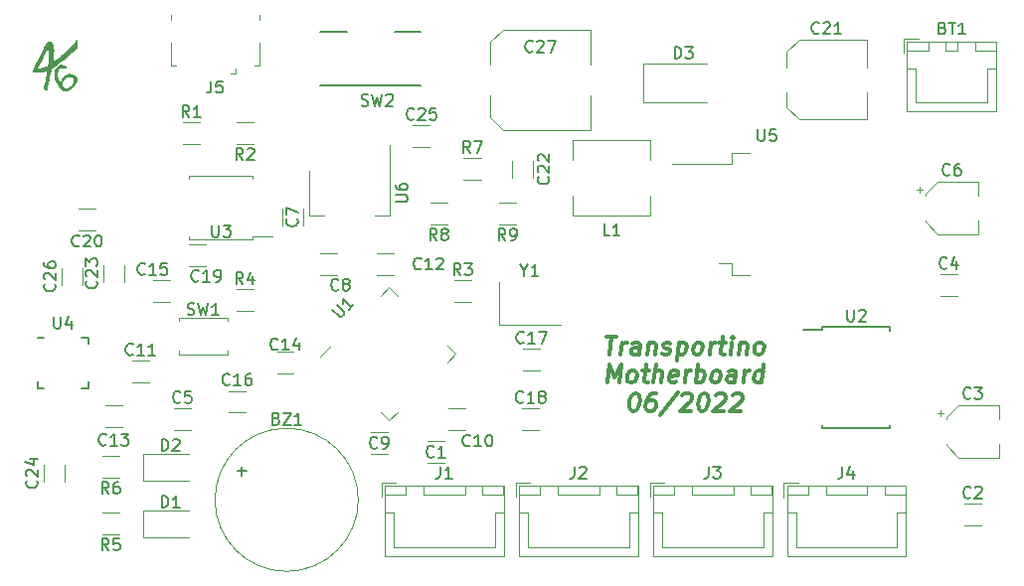
<source format=gbr>
%TF.GenerationSoftware,KiCad,Pcbnew,(6.0.5-0)*%
%TF.CreationDate,2022-06-13T17:31:06+02:00*%
%TF.ProjectId,Transportino,5472616e-7370-46f7-9274-696e6f2e6b69,v01*%
%TF.SameCoordinates,Original*%
%TF.FileFunction,Legend,Top*%
%TF.FilePolarity,Positive*%
%FSLAX46Y46*%
G04 Gerber Fmt 4.6, Leading zero omitted, Abs format (unit mm)*
G04 Created by KiCad (PCBNEW (6.0.5-0)) date 2022-06-13 17:31:06*
%MOMM*%
%LPD*%
G01*
G04 APERTURE LIST*
%ADD10C,0.300000*%
%ADD11C,0.150000*%
%ADD12C,0.120000*%
G04 APERTURE END LIST*
D10*
X175850062Y-87187571D02*
X176707205Y-87187571D01*
X176091133Y-88687571D02*
X176278633Y-87187571D01*
X177019705Y-88687571D02*
X177144705Y-87687571D01*
X177108991Y-87973285D02*
X177198276Y-87830428D01*
X177278633Y-87759000D01*
X177430419Y-87687571D01*
X177573276Y-87687571D01*
X178591133Y-88687571D02*
X178689348Y-87901857D01*
X178635776Y-87759000D01*
X178501848Y-87687571D01*
X178216133Y-87687571D01*
X178064348Y-87759000D01*
X178600062Y-88616142D02*
X178448276Y-88687571D01*
X178091133Y-88687571D01*
X177957205Y-88616142D01*
X177903633Y-88473285D01*
X177921491Y-88330428D01*
X178010776Y-88187571D01*
X178162562Y-88116142D01*
X178519705Y-88116142D01*
X178671491Y-88044714D01*
X179430419Y-87687571D02*
X179305419Y-88687571D01*
X179412562Y-87830428D02*
X179492919Y-87759000D01*
X179644705Y-87687571D01*
X179858991Y-87687571D01*
X179992919Y-87759000D01*
X180046491Y-87901857D01*
X179948276Y-88687571D01*
X180600062Y-88616142D02*
X180733991Y-88687571D01*
X181019705Y-88687571D01*
X181171491Y-88616142D01*
X181260776Y-88473285D01*
X181269705Y-88401857D01*
X181216133Y-88259000D01*
X181082205Y-88187571D01*
X180867919Y-88187571D01*
X180733991Y-88116142D01*
X180680419Y-87973285D01*
X180689348Y-87901857D01*
X180778633Y-87759000D01*
X180930419Y-87687571D01*
X181144705Y-87687571D01*
X181278633Y-87759000D01*
X182001848Y-87687571D02*
X181814348Y-89187571D01*
X181992919Y-87759000D02*
X182144705Y-87687571D01*
X182430419Y-87687571D01*
X182564348Y-87759000D01*
X182626848Y-87830428D01*
X182680419Y-87973285D01*
X182626848Y-88401857D01*
X182537562Y-88544714D01*
X182457205Y-88616142D01*
X182305419Y-88687571D01*
X182019705Y-88687571D01*
X181885776Y-88616142D01*
X183448276Y-88687571D02*
X183314348Y-88616142D01*
X183251848Y-88544714D01*
X183198276Y-88401857D01*
X183251848Y-87973285D01*
X183341133Y-87830428D01*
X183421491Y-87759000D01*
X183573276Y-87687571D01*
X183787562Y-87687571D01*
X183921491Y-87759000D01*
X183983991Y-87830428D01*
X184037562Y-87973285D01*
X183983991Y-88401857D01*
X183894705Y-88544714D01*
X183814348Y-88616142D01*
X183662562Y-88687571D01*
X183448276Y-88687571D01*
X184591133Y-88687571D02*
X184716133Y-87687571D01*
X184680419Y-87973285D02*
X184769705Y-87830428D01*
X184850062Y-87759000D01*
X185001848Y-87687571D01*
X185144705Y-87687571D01*
X185430419Y-87687571D02*
X186001848Y-87687571D01*
X185707205Y-87187571D02*
X185546491Y-88473285D01*
X185600062Y-88616142D01*
X185733991Y-88687571D01*
X185876848Y-88687571D01*
X186376848Y-88687571D02*
X186501848Y-87687571D01*
X186564348Y-87187571D02*
X186483991Y-87259000D01*
X186546491Y-87330428D01*
X186626848Y-87259000D01*
X186564348Y-87187571D01*
X186546491Y-87330428D01*
X187216133Y-87687571D02*
X187091133Y-88687571D01*
X187198276Y-87830428D02*
X187278633Y-87759000D01*
X187430419Y-87687571D01*
X187644705Y-87687571D01*
X187778633Y-87759000D01*
X187832205Y-87901857D01*
X187733991Y-88687571D01*
X188662562Y-88687571D02*
X188528633Y-88616142D01*
X188466133Y-88544714D01*
X188412562Y-88401857D01*
X188466133Y-87973285D01*
X188555419Y-87830428D01*
X188635776Y-87759000D01*
X188787562Y-87687571D01*
X189001848Y-87687571D01*
X189135776Y-87759000D01*
X189198276Y-87830428D01*
X189251848Y-87973285D01*
X189198276Y-88401857D01*
X189108991Y-88544714D01*
X189028633Y-88616142D01*
X188876848Y-88687571D01*
X188662562Y-88687571D01*
X175912562Y-91102571D02*
X176100062Y-89602571D01*
X176466133Y-90674000D01*
X177100062Y-89602571D01*
X176912562Y-91102571D01*
X177841133Y-91102571D02*
X177707205Y-91031142D01*
X177644705Y-90959714D01*
X177591133Y-90816857D01*
X177644705Y-90388285D01*
X177733991Y-90245428D01*
X177814348Y-90174000D01*
X177966133Y-90102571D01*
X178180419Y-90102571D01*
X178314348Y-90174000D01*
X178376848Y-90245428D01*
X178430419Y-90388285D01*
X178376848Y-90816857D01*
X178287562Y-90959714D01*
X178207205Y-91031142D01*
X178055419Y-91102571D01*
X177841133Y-91102571D01*
X178894705Y-90102571D02*
X179466133Y-90102571D01*
X179171491Y-89602571D02*
X179010776Y-90888285D01*
X179064348Y-91031142D01*
X179198276Y-91102571D01*
X179341133Y-91102571D01*
X179841133Y-91102571D02*
X180028633Y-89602571D01*
X180483991Y-91102571D02*
X180582205Y-90316857D01*
X180528633Y-90174000D01*
X180394705Y-90102571D01*
X180180419Y-90102571D01*
X180028633Y-90174000D01*
X179948276Y-90245428D01*
X181778633Y-91031142D02*
X181626848Y-91102571D01*
X181341133Y-91102571D01*
X181207205Y-91031142D01*
X181153633Y-90888285D01*
X181225062Y-90316857D01*
X181314348Y-90174000D01*
X181466133Y-90102571D01*
X181751848Y-90102571D01*
X181885776Y-90174000D01*
X181939348Y-90316857D01*
X181921491Y-90459714D01*
X181189348Y-90602571D01*
X182483991Y-91102571D02*
X182608991Y-90102571D01*
X182573276Y-90388285D02*
X182662562Y-90245428D01*
X182742919Y-90174000D01*
X182894705Y-90102571D01*
X183037562Y-90102571D01*
X183412562Y-91102571D02*
X183600062Y-89602571D01*
X183528633Y-90174000D02*
X183680419Y-90102571D01*
X183966133Y-90102571D01*
X184100062Y-90174000D01*
X184162562Y-90245428D01*
X184216133Y-90388285D01*
X184162562Y-90816857D01*
X184073276Y-90959714D01*
X183992919Y-91031142D01*
X183841133Y-91102571D01*
X183555419Y-91102571D01*
X183421491Y-91031142D01*
X184983991Y-91102571D02*
X184850062Y-91031142D01*
X184787562Y-90959714D01*
X184733991Y-90816857D01*
X184787562Y-90388285D01*
X184876848Y-90245428D01*
X184957205Y-90174000D01*
X185108991Y-90102571D01*
X185323276Y-90102571D01*
X185457205Y-90174000D01*
X185519705Y-90245428D01*
X185573276Y-90388285D01*
X185519705Y-90816857D01*
X185430419Y-90959714D01*
X185350062Y-91031142D01*
X185198276Y-91102571D01*
X184983991Y-91102571D01*
X186769705Y-91102571D02*
X186867919Y-90316857D01*
X186814348Y-90174000D01*
X186680419Y-90102571D01*
X186394705Y-90102571D01*
X186242919Y-90174000D01*
X186778633Y-91031142D02*
X186626848Y-91102571D01*
X186269705Y-91102571D01*
X186135776Y-91031142D01*
X186082205Y-90888285D01*
X186100062Y-90745428D01*
X186189348Y-90602571D01*
X186341133Y-90531142D01*
X186698276Y-90531142D01*
X186850062Y-90459714D01*
X187483991Y-91102571D02*
X187608991Y-90102571D01*
X187573276Y-90388285D02*
X187662562Y-90245428D01*
X187742919Y-90174000D01*
X187894705Y-90102571D01*
X188037562Y-90102571D01*
X189055419Y-91102571D02*
X189242919Y-89602571D01*
X189064348Y-91031142D02*
X188912562Y-91102571D01*
X188626848Y-91102571D01*
X188492919Y-91031142D01*
X188430419Y-90959714D01*
X188376848Y-90816857D01*
X188430419Y-90388285D01*
X188519705Y-90245428D01*
X188600062Y-90174000D01*
X188751848Y-90102571D01*
X189037562Y-90102571D01*
X189171491Y-90174000D01*
X178242919Y-92017571D02*
X178385776Y-92017571D01*
X178519705Y-92089000D01*
X178582205Y-92160428D01*
X178635776Y-92303285D01*
X178671491Y-92589000D01*
X178626848Y-92946142D01*
X178519705Y-93231857D01*
X178430419Y-93374714D01*
X178350062Y-93446142D01*
X178198276Y-93517571D01*
X178055419Y-93517571D01*
X177921491Y-93446142D01*
X177858991Y-93374714D01*
X177805419Y-93231857D01*
X177769705Y-92946142D01*
X177814348Y-92589000D01*
X177921491Y-92303285D01*
X178010776Y-92160428D01*
X178091133Y-92089000D01*
X178242919Y-92017571D01*
X180028633Y-92017571D02*
X179742919Y-92017571D01*
X179591133Y-92089000D01*
X179510776Y-92160428D01*
X179341133Y-92374714D01*
X179233991Y-92660428D01*
X179162562Y-93231857D01*
X179216133Y-93374714D01*
X179278633Y-93446142D01*
X179412562Y-93517571D01*
X179698276Y-93517571D01*
X179850062Y-93446142D01*
X179930419Y-93374714D01*
X180019705Y-93231857D01*
X180064348Y-92874714D01*
X180010776Y-92731857D01*
X179948276Y-92660428D01*
X179814348Y-92589000D01*
X179528633Y-92589000D01*
X179376848Y-92660428D01*
X179296491Y-92731857D01*
X179207205Y-92874714D01*
X181894705Y-91946142D02*
X180367919Y-93874714D01*
X182296491Y-92160428D02*
X182376848Y-92089000D01*
X182528633Y-92017571D01*
X182885776Y-92017571D01*
X183019705Y-92089000D01*
X183082205Y-92160428D01*
X183135776Y-92303285D01*
X183117919Y-92446142D01*
X183019705Y-92660428D01*
X182055419Y-93517571D01*
X182983991Y-93517571D01*
X184100062Y-92017571D02*
X184242919Y-92017571D01*
X184376848Y-92089000D01*
X184439348Y-92160428D01*
X184492919Y-92303285D01*
X184528633Y-92589000D01*
X184483991Y-92946142D01*
X184376848Y-93231857D01*
X184287562Y-93374714D01*
X184207205Y-93446142D01*
X184055419Y-93517571D01*
X183912562Y-93517571D01*
X183778633Y-93446142D01*
X183716133Y-93374714D01*
X183662562Y-93231857D01*
X183626848Y-92946142D01*
X183671491Y-92589000D01*
X183778633Y-92303285D01*
X183867919Y-92160428D01*
X183948276Y-92089000D01*
X184100062Y-92017571D01*
X185153633Y-92160428D02*
X185233991Y-92089000D01*
X185385776Y-92017571D01*
X185742919Y-92017571D01*
X185876848Y-92089000D01*
X185939348Y-92160428D01*
X185992919Y-92303285D01*
X185975062Y-92446142D01*
X185876848Y-92660428D01*
X184912562Y-93517571D01*
X185841133Y-93517571D01*
X186582205Y-92160428D02*
X186662562Y-92089000D01*
X186814348Y-92017571D01*
X187171491Y-92017571D01*
X187305419Y-92089000D01*
X187367919Y-92160428D01*
X187421491Y-92303285D01*
X187403633Y-92446142D01*
X187305419Y-92660428D01*
X186341133Y-93517571D01*
X187269705Y-93517571D01*
D11*
%TO.C,C8*%
X152995333Y-83161142D02*
X152947714Y-83208761D01*
X152804857Y-83256380D01*
X152709619Y-83256380D01*
X152566761Y-83208761D01*
X152471523Y-83113523D01*
X152423904Y-83018285D01*
X152376285Y-82827809D01*
X152376285Y-82684952D01*
X152423904Y-82494476D01*
X152471523Y-82399238D01*
X152566761Y-82304000D01*
X152709619Y-82256380D01*
X152804857Y-82256380D01*
X152947714Y-82304000D01*
X152995333Y-82351619D01*
X153566761Y-82684952D02*
X153471523Y-82637333D01*
X153423904Y-82589714D01*
X153376285Y-82494476D01*
X153376285Y-82446857D01*
X153423904Y-82351619D01*
X153471523Y-82304000D01*
X153566761Y-82256380D01*
X153757238Y-82256380D01*
X153852476Y-82304000D01*
X153900095Y-82351619D01*
X153947714Y-82446857D01*
X153947714Y-82494476D01*
X153900095Y-82589714D01*
X153852476Y-82637333D01*
X153757238Y-82684952D01*
X153566761Y-82684952D01*
X153471523Y-82732571D01*
X153423904Y-82780190D01*
X153376285Y-82875428D01*
X153376285Y-83065904D01*
X153423904Y-83161142D01*
X153471523Y-83208761D01*
X153566761Y-83256380D01*
X153757238Y-83256380D01*
X153852476Y-83208761D01*
X153900095Y-83161142D01*
X153947714Y-83065904D01*
X153947714Y-82875428D01*
X153900095Y-82780190D01*
X153852476Y-82732571D01*
X153757238Y-82684952D01*
%TO.C,R6*%
X133437333Y-100570380D02*
X133104000Y-100094190D01*
X132865904Y-100570380D02*
X132865904Y-99570380D01*
X133246857Y-99570380D01*
X133342095Y-99618000D01*
X133389714Y-99665619D01*
X133437333Y-99760857D01*
X133437333Y-99903714D01*
X133389714Y-99998952D01*
X133342095Y-100046571D01*
X133246857Y-100094190D01*
X132865904Y-100094190D01*
X134294476Y-99570380D02*
X134104000Y-99570380D01*
X134008761Y-99618000D01*
X133961142Y-99665619D01*
X133865904Y-99808476D01*
X133818285Y-99998952D01*
X133818285Y-100379904D01*
X133865904Y-100475142D01*
X133913523Y-100522761D01*
X134008761Y-100570380D01*
X134199238Y-100570380D01*
X134294476Y-100522761D01*
X134342095Y-100475142D01*
X134389714Y-100379904D01*
X134389714Y-100141809D01*
X134342095Y-100046571D01*
X134294476Y-99998952D01*
X134199238Y-99951333D01*
X134008761Y-99951333D01*
X133913523Y-99998952D01*
X133865904Y-100046571D01*
X133818285Y-100141809D01*
%TO.C,J3*%
X184538666Y-98264380D02*
X184538666Y-98978666D01*
X184491047Y-99121523D01*
X184395809Y-99216761D01*
X184252952Y-99264380D01*
X184157714Y-99264380D01*
X184919619Y-98264380D02*
X185538666Y-98264380D01*
X185205333Y-98645333D01*
X185348190Y-98645333D01*
X185443428Y-98692952D01*
X185491047Y-98740571D01*
X185538666Y-98835809D01*
X185538666Y-99073904D01*
X185491047Y-99169142D01*
X185443428Y-99216761D01*
X185348190Y-99264380D01*
X185062476Y-99264380D01*
X184967238Y-99216761D01*
X184919619Y-99169142D01*
%TO.C,Y1*%
X168815809Y-81520190D02*
X168815809Y-81996380D01*
X168482476Y-80996380D02*
X168815809Y-81520190D01*
X169149142Y-80996380D01*
X170006285Y-81996380D02*
X169434857Y-81996380D01*
X169720571Y-81996380D02*
X169720571Y-80996380D01*
X169625333Y-81139238D01*
X169530095Y-81234476D01*
X169434857Y-81282095D01*
%TO.C,L1*%
X176109333Y-78562380D02*
X175633142Y-78562380D01*
X175633142Y-77562380D01*
X176966476Y-78562380D02*
X176395047Y-78562380D01*
X176680761Y-78562380D02*
X176680761Y-77562380D01*
X176585523Y-77705238D01*
X176490285Y-77800476D01*
X176395047Y-77848095D01*
%TO.C,J1*%
X161678666Y-98264380D02*
X161678666Y-98978666D01*
X161631047Y-99121523D01*
X161535809Y-99216761D01*
X161392952Y-99264380D01*
X161297714Y-99264380D01*
X162678666Y-99264380D02*
X162107238Y-99264380D01*
X162392952Y-99264380D02*
X162392952Y-98264380D01*
X162297714Y-98407238D01*
X162202476Y-98502476D01*
X162107238Y-98550095D01*
%TO.C,C4*%
X204811333Y-81311142D02*
X204763714Y-81358761D01*
X204620857Y-81406380D01*
X204525619Y-81406380D01*
X204382761Y-81358761D01*
X204287523Y-81263523D01*
X204239904Y-81168285D01*
X204192285Y-80977809D01*
X204192285Y-80834952D01*
X204239904Y-80644476D01*
X204287523Y-80549238D01*
X204382761Y-80454000D01*
X204525619Y-80406380D01*
X204620857Y-80406380D01*
X204763714Y-80454000D01*
X204811333Y-80501619D01*
X205668476Y-80739714D02*
X205668476Y-81406380D01*
X205430380Y-80358761D02*
X205192285Y-81073047D01*
X205811333Y-81073047D01*
%TO.C,C9*%
X156297333Y-96623142D02*
X156249714Y-96670761D01*
X156106857Y-96718380D01*
X156011619Y-96718380D01*
X155868761Y-96670761D01*
X155773523Y-96575523D01*
X155725904Y-96480285D01*
X155678285Y-96289809D01*
X155678285Y-96146952D01*
X155725904Y-95956476D01*
X155773523Y-95861238D01*
X155868761Y-95766000D01*
X156011619Y-95718380D01*
X156106857Y-95718380D01*
X156249714Y-95766000D01*
X156297333Y-95813619D01*
X156773523Y-96718380D02*
X156964000Y-96718380D01*
X157059238Y-96670761D01*
X157106857Y-96623142D01*
X157202095Y-96480285D01*
X157249714Y-96289809D01*
X157249714Y-95908857D01*
X157202095Y-95813619D01*
X157154476Y-95766000D01*
X157059238Y-95718380D01*
X156868761Y-95718380D01*
X156773523Y-95766000D01*
X156725904Y-95813619D01*
X156678285Y-95908857D01*
X156678285Y-96146952D01*
X156725904Y-96242190D01*
X156773523Y-96289809D01*
X156868761Y-96337428D01*
X157059238Y-96337428D01*
X157154476Y-96289809D01*
X157202095Y-96242190D01*
X157249714Y-96146952D01*
%TO.C,C19*%
X141089142Y-82399142D02*
X141041523Y-82446761D01*
X140898666Y-82494380D01*
X140803428Y-82494380D01*
X140660571Y-82446761D01*
X140565333Y-82351523D01*
X140517714Y-82256285D01*
X140470095Y-82065809D01*
X140470095Y-81922952D01*
X140517714Y-81732476D01*
X140565333Y-81637238D01*
X140660571Y-81542000D01*
X140803428Y-81494380D01*
X140898666Y-81494380D01*
X141041523Y-81542000D01*
X141089142Y-81589619D01*
X142041523Y-82494380D02*
X141470095Y-82494380D01*
X141755809Y-82494380D02*
X141755809Y-81494380D01*
X141660571Y-81637238D01*
X141565333Y-81732476D01*
X141470095Y-81780095D01*
X142517714Y-82494380D02*
X142708190Y-82494380D01*
X142803428Y-82446761D01*
X142851047Y-82399142D01*
X142946285Y-82256285D01*
X142993904Y-82065809D01*
X142993904Y-81684857D01*
X142946285Y-81589619D01*
X142898666Y-81542000D01*
X142803428Y-81494380D01*
X142612952Y-81494380D01*
X142517714Y-81542000D01*
X142470095Y-81589619D01*
X142422476Y-81684857D01*
X142422476Y-81922952D01*
X142470095Y-82018190D01*
X142517714Y-82065809D01*
X142612952Y-82113428D01*
X142803428Y-82113428D01*
X142898666Y-82065809D01*
X142946285Y-82018190D01*
X142993904Y-81922952D01*
%TO.C,R5*%
X133437333Y-105396380D02*
X133104000Y-104920190D01*
X132865904Y-105396380D02*
X132865904Y-104396380D01*
X133246857Y-104396380D01*
X133342095Y-104444000D01*
X133389714Y-104491619D01*
X133437333Y-104586857D01*
X133437333Y-104729714D01*
X133389714Y-104824952D01*
X133342095Y-104872571D01*
X133246857Y-104920190D01*
X132865904Y-104920190D01*
X134342095Y-104396380D02*
X133865904Y-104396380D01*
X133818285Y-104872571D01*
X133865904Y-104824952D01*
X133961142Y-104777333D01*
X134199238Y-104777333D01*
X134294476Y-104824952D01*
X134342095Y-104872571D01*
X134389714Y-104967809D01*
X134389714Y-105205904D01*
X134342095Y-105301142D01*
X134294476Y-105348761D01*
X134199238Y-105396380D01*
X133961142Y-105396380D01*
X133865904Y-105348761D01*
X133818285Y-105301142D01*
%TO.C,R9*%
X167219333Y-78980380D02*
X166886000Y-78504190D01*
X166647904Y-78980380D02*
X166647904Y-77980380D01*
X167028857Y-77980380D01*
X167124095Y-78028000D01*
X167171714Y-78075619D01*
X167219333Y-78170857D01*
X167219333Y-78313714D01*
X167171714Y-78408952D01*
X167124095Y-78456571D01*
X167028857Y-78504190D01*
X166647904Y-78504190D01*
X167695523Y-78980380D02*
X167886000Y-78980380D01*
X167981238Y-78932761D01*
X168028857Y-78885142D01*
X168124095Y-78742285D01*
X168171714Y-78551809D01*
X168171714Y-78170857D01*
X168124095Y-78075619D01*
X168076476Y-78028000D01*
X167981238Y-77980380D01*
X167790761Y-77980380D01*
X167695523Y-78028000D01*
X167647904Y-78075619D01*
X167600285Y-78170857D01*
X167600285Y-78408952D01*
X167647904Y-78504190D01*
X167695523Y-78551809D01*
X167790761Y-78599428D01*
X167981238Y-78599428D01*
X168076476Y-78551809D01*
X168124095Y-78504190D01*
X168171714Y-78408952D01*
%TO.C,C17*%
X168775142Y-87661142D02*
X168727523Y-87708761D01*
X168584666Y-87756380D01*
X168489428Y-87756380D01*
X168346571Y-87708761D01*
X168251333Y-87613523D01*
X168203714Y-87518285D01*
X168156095Y-87327809D01*
X168156095Y-87184952D01*
X168203714Y-86994476D01*
X168251333Y-86899238D01*
X168346571Y-86804000D01*
X168489428Y-86756380D01*
X168584666Y-86756380D01*
X168727523Y-86804000D01*
X168775142Y-86851619D01*
X169727523Y-87756380D02*
X169156095Y-87756380D01*
X169441809Y-87756380D02*
X169441809Y-86756380D01*
X169346571Y-86899238D01*
X169251333Y-86994476D01*
X169156095Y-87042095D01*
X170060857Y-86756380D02*
X170727523Y-86756380D01*
X170298952Y-87756380D01*
%TO.C,C26*%
X128809142Y-82684857D02*
X128856761Y-82732476D01*
X128904380Y-82875333D01*
X128904380Y-82970571D01*
X128856761Y-83113428D01*
X128761523Y-83208666D01*
X128666285Y-83256285D01*
X128475809Y-83303904D01*
X128332952Y-83303904D01*
X128142476Y-83256285D01*
X128047238Y-83208666D01*
X127952000Y-83113428D01*
X127904380Y-82970571D01*
X127904380Y-82875333D01*
X127952000Y-82732476D01*
X127999619Y-82684857D01*
X127999619Y-82303904D02*
X127952000Y-82256285D01*
X127904380Y-82161047D01*
X127904380Y-81922952D01*
X127952000Y-81827714D01*
X127999619Y-81780095D01*
X128094857Y-81732476D01*
X128190095Y-81732476D01*
X128332952Y-81780095D01*
X128904380Y-82351523D01*
X128904380Y-81732476D01*
X127904380Y-80875333D02*
X127904380Y-81065809D01*
X127952000Y-81161047D01*
X127999619Y-81208666D01*
X128142476Y-81303904D01*
X128332952Y-81351523D01*
X128713904Y-81351523D01*
X128809142Y-81303904D01*
X128856761Y-81256285D01*
X128904380Y-81161047D01*
X128904380Y-80970571D01*
X128856761Y-80875333D01*
X128809142Y-80827714D01*
X128713904Y-80780095D01*
X128475809Y-80780095D01*
X128380571Y-80827714D01*
X128332952Y-80875333D01*
X128285333Y-80970571D01*
X128285333Y-81161047D01*
X128332952Y-81256285D01*
X128380571Y-81303904D01*
X128475809Y-81351523D01*
%TO.C,C11*%
X135501142Y-88677142D02*
X135453523Y-88724761D01*
X135310666Y-88772380D01*
X135215428Y-88772380D01*
X135072571Y-88724761D01*
X134977333Y-88629523D01*
X134929714Y-88534285D01*
X134882095Y-88343809D01*
X134882095Y-88200952D01*
X134929714Y-88010476D01*
X134977333Y-87915238D01*
X135072571Y-87820000D01*
X135215428Y-87772380D01*
X135310666Y-87772380D01*
X135453523Y-87820000D01*
X135501142Y-87867619D01*
X136453523Y-88772380D02*
X135882095Y-88772380D01*
X136167809Y-88772380D02*
X136167809Y-87772380D01*
X136072571Y-87915238D01*
X135977333Y-88010476D01*
X135882095Y-88058095D01*
X137405904Y-88772380D02*
X136834476Y-88772380D01*
X137120190Y-88772380D02*
X137120190Y-87772380D01*
X137024952Y-87915238D01*
X136929714Y-88010476D01*
X136834476Y-88058095D01*
%TO.C,J2*%
X173108666Y-98264380D02*
X173108666Y-98978666D01*
X173061047Y-99121523D01*
X172965809Y-99216761D01*
X172822952Y-99264380D01*
X172727714Y-99264380D01*
X173537238Y-98359619D02*
X173584857Y-98312000D01*
X173680095Y-98264380D01*
X173918190Y-98264380D01*
X174013428Y-98312000D01*
X174061047Y-98359619D01*
X174108666Y-98454857D01*
X174108666Y-98550095D01*
X174061047Y-98692952D01*
X173489619Y-99264380D01*
X174108666Y-99264380D01*
%TO.C,C3*%
X206843333Y-92407142D02*
X206795714Y-92454761D01*
X206652857Y-92502380D01*
X206557619Y-92502380D01*
X206414761Y-92454761D01*
X206319523Y-92359523D01*
X206271904Y-92264285D01*
X206224285Y-92073809D01*
X206224285Y-91930952D01*
X206271904Y-91740476D01*
X206319523Y-91645238D01*
X206414761Y-91550000D01*
X206557619Y-91502380D01*
X206652857Y-91502380D01*
X206795714Y-91550000D01*
X206843333Y-91597619D01*
X207176666Y-91502380D02*
X207795714Y-91502380D01*
X207462380Y-91883333D01*
X207605238Y-91883333D01*
X207700476Y-91930952D01*
X207748095Y-91978571D01*
X207795714Y-92073809D01*
X207795714Y-92311904D01*
X207748095Y-92407142D01*
X207700476Y-92454761D01*
X207605238Y-92502380D01*
X207319523Y-92502380D01*
X207224285Y-92454761D01*
X207176666Y-92407142D01*
%TO.C,C25*%
X159426142Y-68611142D02*
X159378523Y-68658761D01*
X159235666Y-68706380D01*
X159140428Y-68706380D01*
X158997571Y-68658761D01*
X158902333Y-68563523D01*
X158854714Y-68468285D01*
X158807095Y-68277809D01*
X158807095Y-68134952D01*
X158854714Y-67944476D01*
X158902333Y-67849238D01*
X158997571Y-67754000D01*
X159140428Y-67706380D01*
X159235666Y-67706380D01*
X159378523Y-67754000D01*
X159426142Y-67801619D01*
X159807095Y-67801619D02*
X159854714Y-67754000D01*
X159949952Y-67706380D01*
X160188047Y-67706380D01*
X160283285Y-67754000D01*
X160330904Y-67801619D01*
X160378523Y-67896857D01*
X160378523Y-67992095D01*
X160330904Y-68134952D01*
X159759476Y-68706380D01*
X160378523Y-68706380D01*
X161283285Y-67706380D02*
X160807095Y-67706380D01*
X160759476Y-68182571D01*
X160807095Y-68134952D01*
X160902333Y-68087333D01*
X161140428Y-68087333D01*
X161235666Y-68134952D01*
X161283285Y-68182571D01*
X161330904Y-68277809D01*
X161330904Y-68515904D01*
X161283285Y-68611142D01*
X161235666Y-68658761D01*
X161140428Y-68706380D01*
X160902333Y-68706380D01*
X160807095Y-68658761D01*
X160759476Y-68611142D01*
%TO.C,SW1*%
X140144666Y-85276761D02*
X140287523Y-85324380D01*
X140525619Y-85324380D01*
X140620857Y-85276761D01*
X140668476Y-85229142D01*
X140716095Y-85133904D01*
X140716095Y-85038666D01*
X140668476Y-84943428D01*
X140620857Y-84895809D01*
X140525619Y-84848190D01*
X140335142Y-84800571D01*
X140239904Y-84752952D01*
X140192285Y-84705333D01*
X140144666Y-84610095D01*
X140144666Y-84514857D01*
X140192285Y-84419619D01*
X140239904Y-84372000D01*
X140335142Y-84324380D01*
X140573238Y-84324380D01*
X140716095Y-84372000D01*
X141049428Y-84324380D02*
X141287523Y-85324380D01*
X141478000Y-84610095D01*
X141668476Y-85324380D01*
X141906571Y-84324380D01*
X142811333Y-85324380D02*
X142239904Y-85324380D01*
X142525619Y-85324380D02*
X142525619Y-84324380D01*
X142430380Y-84467238D01*
X142335142Y-84562476D01*
X142239904Y-84610095D01*
%TO.C,R4*%
X144867333Y-82706380D02*
X144534000Y-82230190D01*
X144295904Y-82706380D02*
X144295904Y-81706380D01*
X144676857Y-81706380D01*
X144772095Y-81754000D01*
X144819714Y-81801619D01*
X144867333Y-81896857D01*
X144867333Y-82039714D01*
X144819714Y-82134952D01*
X144772095Y-82182571D01*
X144676857Y-82230190D01*
X144295904Y-82230190D01*
X145724476Y-82039714D02*
X145724476Y-82706380D01*
X145486380Y-81658761D02*
X145248285Y-82373047D01*
X145867333Y-82373047D01*
%TO.C,C22*%
X170863142Y-73540857D02*
X170910761Y-73588476D01*
X170958380Y-73731333D01*
X170958380Y-73826571D01*
X170910761Y-73969428D01*
X170815523Y-74064666D01*
X170720285Y-74112285D01*
X170529809Y-74159904D01*
X170386952Y-74159904D01*
X170196476Y-74112285D01*
X170101238Y-74064666D01*
X170006000Y-73969428D01*
X169958380Y-73826571D01*
X169958380Y-73731333D01*
X170006000Y-73588476D01*
X170053619Y-73540857D01*
X170053619Y-73159904D02*
X170006000Y-73112285D01*
X169958380Y-73017047D01*
X169958380Y-72778952D01*
X170006000Y-72683714D01*
X170053619Y-72636095D01*
X170148857Y-72588476D01*
X170244095Y-72588476D01*
X170386952Y-72636095D01*
X170958380Y-73207523D01*
X170958380Y-72588476D01*
X170053619Y-72207523D02*
X170006000Y-72159904D01*
X169958380Y-72064666D01*
X169958380Y-71826571D01*
X170006000Y-71731333D01*
X170053619Y-71683714D01*
X170148857Y-71636095D01*
X170244095Y-71636095D01*
X170386952Y-71683714D01*
X170958380Y-72255142D01*
X170958380Y-71636095D01*
%TO.C,C23*%
X132365142Y-82430857D02*
X132412761Y-82478476D01*
X132460380Y-82621333D01*
X132460380Y-82716571D01*
X132412761Y-82859428D01*
X132317523Y-82954666D01*
X132222285Y-83002285D01*
X132031809Y-83049904D01*
X131888952Y-83049904D01*
X131698476Y-83002285D01*
X131603238Y-82954666D01*
X131508000Y-82859428D01*
X131460380Y-82716571D01*
X131460380Y-82621333D01*
X131508000Y-82478476D01*
X131555619Y-82430857D01*
X131555619Y-82049904D02*
X131508000Y-82002285D01*
X131460380Y-81907047D01*
X131460380Y-81668952D01*
X131508000Y-81573714D01*
X131555619Y-81526095D01*
X131650857Y-81478476D01*
X131746095Y-81478476D01*
X131888952Y-81526095D01*
X132460380Y-82097523D01*
X132460380Y-81478476D01*
X131460380Y-81145142D02*
X131460380Y-80526095D01*
X131841333Y-80859428D01*
X131841333Y-80716571D01*
X131888952Y-80621333D01*
X131936571Y-80573714D01*
X132031809Y-80526095D01*
X132269904Y-80526095D01*
X132365142Y-80573714D01*
X132412761Y-80621333D01*
X132460380Y-80716571D01*
X132460380Y-81002285D01*
X132412761Y-81097523D01*
X132365142Y-81145142D01*
%TO.C,U5*%
X188722095Y-69510380D02*
X188722095Y-70319904D01*
X188769714Y-70415142D01*
X188817333Y-70462761D01*
X188912571Y-70510380D01*
X189103047Y-70510380D01*
X189198285Y-70462761D01*
X189245904Y-70415142D01*
X189293523Y-70319904D01*
X189293523Y-69510380D01*
X190245904Y-69510380D02*
X189769714Y-69510380D01*
X189722095Y-69986571D01*
X189769714Y-69938952D01*
X189864952Y-69891333D01*
X190103047Y-69891333D01*
X190198285Y-69938952D01*
X190245904Y-69986571D01*
X190293523Y-70081809D01*
X190293523Y-70319904D01*
X190245904Y-70415142D01*
X190198285Y-70462761D01*
X190103047Y-70510380D01*
X189864952Y-70510380D01*
X189769714Y-70462761D01*
X189722095Y-70415142D01*
%TO.C,C10*%
X164203142Y-96441142D02*
X164155523Y-96488761D01*
X164012666Y-96536380D01*
X163917428Y-96536380D01*
X163774571Y-96488761D01*
X163679333Y-96393523D01*
X163631714Y-96298285D01*
X163584095Y-96107809D01*
X163584095Y-95964952D01*
X163631714Y-95774476D01*
X163679333Y-95679238D01*
X163774571Y-95584000D01*
X163917428Y-95536380D01*
X164012666Y-95536380D01*
X164155523Y-95584000D01*
X164203142Y-95631619D01*
X165155523Y-96536380D02*
X164584095Y-96536380D01*
X164869809Y-96536380D02*
X164869809Y-95536380D01*
X164774571Y-95679238D01*
X164679333Y-95774476D01*
X164584095Y-95822095D01*
X165774571Y-95536380D02*
X165869809Y-95536380D01*
X165965047Y-95584000D01*
X166012666Y-95631619D01*
X166060285Y-95726857D01*
X166107904Y-95917333D01*
X166107904Y-96155428D01*
X166060285Y-96345904D01*
X166012666Y-96441142D01*
X165965047Y-96488761D01*
X165869809Y-96536380D01*
X165774571Y-96536380D01*
X165679333Y-96488761D01*
X165631714Y-96441142D01*
X165584095Y-96345904D01*
X165536476Y-96155428D01*
X165536476Y-95917333D01*
X165584095Y-95726857D01*
X165631714Y-95631619D01*
X165679333Y-95584000D01*
X165774571Y-95536380D01*
%TO.C,U4*%
X128778095Y-85485380D02*
X128778095Y-86294904D01*
X128825714Y-86390142D01*
X128873333Y-86437761D01*
X128968571Y-86485380D01*
X129159047Y-86485380D01*
X129254285Y-86437761D01*
X129301904Y-86390142D01*
X129349523Y-86294904D01*
X129349523Y-85485380D01*
X130254285Y-85818714D02*
X130254285Y-86485380D01*
X130016190Y-85437761D02*
X129778095Y-86152047D01*
X130397142Y-86152047D01*
%TO.C,C7*%
X149453908Y-77150785D02*
X149501527Y-77198404D01*
X149549146Y-77341261D01*
X149549146Y-77436499D01*
X149501527Y-77579357D01*
X149406289Y-77674595D01*
X149311051Y-77722214D01*
X149120575Y-77769833D01*
X148977718Y-77769833D01*
X148787242Y-77722214D01*
X148692004Y-77674595D01*
X148596766Y-77579357D01*
X148549146Y-77436499D01*
X148549146Y-77341261D01*
X148596766Y-77198404D01*
X148644385Y-77150785D01*
X148549146Y-76817452D02*
X148549146Y-76150785D01*
X149549146Y-76579357D01*
%TO.C,R8*%
X161377333Y-78980380D02*
X161044000Y-78504190D01*
X160805904Y-78980380D02*
X160805904Y-77980380D01*
X161186857Y-77980380D01*
X161282095Y-78028000D01*
X161329714Y-78075619D01*
X161377333Y-78170857D01*
X161377333Y-78313714D01*
X161329714Y-78408952D01*
X161282095Y-78456571D01*
X161186857Y-78504190D01*
X160805904Y-78504190D01*
X161948761Y-78408952D02*
X161853523Y-78361333D01*
X161805904Y-78313714D01*
X161758285Y-78218476D01*
X161758285Y-78170857D01*
X161805904Y-78075619D01*
X161853523Y-78028000D01*
X161948761Y-77980380D01*
X162139238Y-77980380D01*
X162234476Y-78028000D01*
X162282095Y-78075619D01*
X162329714Y-78170857D01*
X162329714Y-78218476D01*
X162282095Y-78313714D01*
X162234476Y-78361333D01*
X162139238Y-78408952D01*
X161948761Y-78408952D01*
X161853523Y-78456571D01*
X161805904Y-78504190D01*
X161758285Y-78599428D01*
X161758285Y-78789904D01*
X161805904Y-78885142D01*
X161853523Y-78932761D01*
X161948761Y-78980380D01*
X162139238Y-78980380D01*
X162234476Y-78932761D01*
X162282095Y-78885142D01*
X162329714Y-78789904D01*
X162329714Y-78599428D01*
X162282095Y-78504190D01*
X162234476Y-78456571D01*
X162139238Y-78408952D01*
%TO.C,C14*%
X147837699Y-88232663D02*
X147790080Y-88280282D01*
X147647223Y-88327901D01*
X147551985Y-88327901D01*
X147409128Y-88280282D01*
X147313890Y-88185044D01*
X147266271Y-88089806D01*
X147218652Y-87899330D01*
X147218652Y-87756473D01*
X147266271Y-87565997D01*
X147313890Y-87470759D01*
X147409128Y-87375521D01*
X147551985Y-87327901D01*
X147647223Y-87327901D01*
X147790080Y-87375521D01*
X147837699Y-87423140D01*
X148790080Y-88327901D02*
X148218652Y-88327901D01*
X148504366Y-88327901D02*
X148504366Y-87327901D01*
X148409128Y-87470759D01*
X148313890Y-87565997D01*
X148218652Y-87613616D01*
X149647223Y-87661235D02*
X149647223Y-88327901D01*
X149409128Y-87280282D02*
X149171033Y-87994568D01*
X149790080Y-87994568D01*
%TO.C,R1*%
X140295333Y-68482380D02*
X139962000Y-68006190D01*
X139723904Y-68482380D02*
X139723904Y-67482380D01*
X140104857Y-67482380D01*
X140200095Y-67530000D01*
X140247714Y-67577619D01*
X140295333Y-67672857D01*
X140295333Y-67815714D01*
X140247714Y-67910952D01*
X140200095Y-67958571D01*
X140104857Y-68006190D01*
X139723904Y-68006190D01*
X141247714Y-68482380D02*
X140676285Y-68482380D01*
X140962000Y-68482380D02*
X140962000Y-67482380D01*
X140866761Y-67625238D01*
X140771523Y-67720476D01*
X140676285Y-67768095D01*
%TO.C,D3*%
X181633904Y-63484380D02*
X181633904Y-62484380D01*
X181872000Y-62484380D01*
X182014857Y-62532000D01*
X182110095Y-62627238D01*
X182157714Y-62722476D01*
X182205333Y-62912952D01*
X182205333Y-63055809D01*
X182157714Y-63246285D01*
X182110095Y-63341523D01*
X182014857Y-63436761D01*
X181872000Y-63484380D01*
X181633904Y-63484380D01*
X182538666Y-62484380D02*
X183157714Y-62484380D01*
X182824380Y-62865333D01*
X182967238Y-62865333D01*
X183062476Y-62912952D01*
X183110095Y-62960571D01*
X183157714Y-63055809D01*
X183157714Y-63293904D01*
X183110095Y-63389142D01*
X183062476Y-63436761D01*
X182967238Y-63484380D01*
X182681523Y-63484380D01*
X182586285Y-63436761D01*
X182538666Y-63389142D01*
%TO.C,C24*%
X127285142Y-99448857D02*
X127332761Y-99496476D01*
X127380380Y-99639333D01*
X127380380Y-99734571D01*
X127332761Y-99877428D01*
X127237523Y-99972666D01*
X127142285Y-100020285D01*
X126951809Y-100067904D01*
X126808952Y-100067904D01*
X126618476Y-100020285D01*
X126523238Y-99972666D01*
X126428000Y-99877428D01*
X126380380Y-99734571D01*
X126380380Y-99639333D01*
X126428000Y-99496476D01*
X126475619Y-99448857D01*
X126475619Y-99067904D02*
X126428000Y-99020285D01*
X126380380Y-98925047D01*
X126380380Y-98686952D01*
X126428000Y-98591714D01*
X126475619Y-98544095D01*
X126570857Y-98496476D01*
X126666095Y-98496476D01*
X126808952Y-98544095D01*
X127380380Y-99115523D01*
X127380380Y-98496476D01*
X126713714Y-97639333D02*
X127380380Y-97639333D01*
X126332761Y-97877428D02*
X127047047Y-98115523D01*
X127047047Y-97496476D01*
%TO.C,J4*%
X195928666Y-98281380D02*
X195928666Y-98995666D01*
X195881047Y-99138523D01*
X195785809Y-99233761D01*
X195642952Y-99281380D01*
X195547714Y-99281380D01*
X196833428Y-98614714D02*
X196833428Y-99281380D01*
X196595333Y-98233761D02*
X196357238Y-98948047D01*
X196976285Y-98948047D01*
D10*
%TO.C,*%
D11*
%TO.C,C2*%
X206843333Y-100869142D02*
X206795714Y-100916761D01*
X206652857Y-100964380D01*
X206557619Y-100964380D01*
X206414761Y-100916761D01*
X206319523Y-100821523D01*
X206271904Y-100726285D01*
X206224285Y-100535809D01*
X206224285Y-100392952D01*
X206271904Y-100202476D01*
X206319523Y-100107238D01*
X206414761Y-100012000D01*
X206557619Y-99964380D01*
X206652857Y-99964380D01*
X206795714Y-100012000D01*
X206843333Y-100059619D01*
X207224285Y-100059619D02*
X207271904Y-100012000D01*
X207367142Y-99964380D01*
X207605238Y-99964380D01*
X207700476Y-100012000D01*
X207748095Y-100059619D01*
X207795714Y-100154857D01*
X207795714Y-100250095D01*
X207748095Y-100392952D01*
X207176666Y-100964380D01*
X207795714Y-100964380D01*
%TO.C,C16*%
X143724783Y-91230312D02*
X143677164Y-91277931D01*
X143534307Y-91325550D01*
X143439069Y-91325550D01*
X143296212Y-91277931D01*
X143200974Y-91182693D01*
X143153355Y-91087455D01*
X143105736Y-90896979D01*
X143105736Y-90754122D01*
X143153355Y-90563646D01*
X143200974Y-90468408D01*
X143296212Y-90373170D01*
X143439069Y-90325550D01*
X143534307Y-90325550D01*
X143677164Y-90373170D01*
X143724783Y-90420789D01*
X144677164Y-91325550D02*
X144105736Y-91325550D01*
X144391450Y-91325550D02*
X144391450Y-90325550D01*
X144296212Y-90468408D01*
X144200974Y-90563646D01*
X144105736Y-90611265D01*
X145534307Y-90325550D02*
X145343831Y-90325550D01*
X145248593Y-90373170D01*
X145200974Y-90420789D01*
X145105736Y-90563646D01*
X145058117Y-90754122D01*
X145058117Y-91135074D01*
X145105736Y-91230312D01*
X145153355Y-91277931D01*
X145248593Y-91325550D01*
X145439069Y-91325550D01*
X145534307Y-91277931D01*
X145581926Y-91230312D01*
X145629545Y-91135074D01*
X145629545Y-90896979D01*
X145581926Y-90801741D01*
X145534307Y-90754122D01*
X145439069Y-90706503D01*
X145248593Y-90706503D01*
X145153355Y-90754122D01*
X145105736Y-90801741D01*
X145058117Y-90896979D01*
%TO.C,C21*%
X193921142Y-61285142D02*
X193873523Y-61332761D01*
X193730666Y-61380380D01*
X193635428Y-61380380D01*
X193492571Y-61332761D01*
X193397333Y-61237523D01*
X193349714Y-61142285D01*
X193302095Y-60951809D01*
X193302095Y-60808952D01*
X193349714Y-60618476D01*
X193397333Y-60523238D01*
X193492571Y-60428000D01*
X193635428Y-60380380D01*
X193730666Y-60380380D01*
X193873523Y-60428000D01*
X193921142Y-60475619D01*
X194302095Y-60475619D02*
X194349714Y-60428000D01*
X194444952Y-60380380D01*
X194683047Y-60380380D01*
X194778285Y-60428000D01*
X194825904Y-60475619D01*
X194873523Y-60570857D01*
X194873523Y-60666095D01*
X194825904Y-60808952D01*
X194254476Y-61380380D01*
X194873523Y-61380380D01*
X195825904Y-61380380D02*
X195254476Y-61380380D01*
X195540190Y-61380380D02*
X195540190Y-60380380D01*
X195444952Y-60523238D01*
X195349714Y-60618476D01*
X195254476Y-60666095D01*
%TO.C,BZ1*%
X147709047Y-94162571D02*
X147851904Y-94210190D01*
X147899523Y-94257809D01*
X147947142Y-94353047D01*
X147947142Y-94495904D01*
X147899523Y-94591142D01*
X147851904Y-94638761D01*
X147756666Y-94686380D01*
X147375714Y-94686380D01*
X147375714Y-93686380D01*
X147709047Y-93686380D01*
X147804285Y-93734000D01*
X147851904Y-93781619D01*
X147899523Y-93876857D01*
X147899523Y-93972095D01*
X147851904Y-94067333D01*
X147804285Y-94114952D01*
X147709047Y-94162571D01*
X147375714Y-94162571D01*
X148280476Y-93686380D02*
X148947142Y-93686380D01*
X148280476Y-94686380D01*
X148947142Y-94686380D01*
X149851904Y-94686380D02*
X149280476Y-94686380D01*
X149566190Y-94686380D02*
X149566190Y-93686380D01*
X149470952Y-93829238D01*
X149375714Y-93924476D01*
X149280476Y-93972095D01*
X144399047Y-98623428D02*
X145160952Y-98623428D01*
X144780000Y-99004380D02*
X144780000Y-98242476D01*
%TO.C,C5*%
X139533333Y-92741142D02*
X139485714Y-92788761D01*
X139342857Y-92836380D01*
X139247619Y-92836380D01*
X139104761Y-92788761D01*
X139009523Y-92693523D01*
X138961904Y-92598285D01*
X138914285Y-92407809D01*
X138914285Y-92264952D01*
X138961904Y-92074476D01*
X139009523Y-91979238D01*
X139104761Y-91884000D01*
X139247619Y-91836380D01*
X139342857Y-91836380D01*
X139485714Y-91884000D01*
X139533333Y-91931619D01*
X140438095Y-91836380D02*
X139961904Y-91836380D01*
X139914285Y-92312571D01*
X139961904Y-92264952D01*
X140057142Y-92217333D01*
X140295238Y-92217333D01*
X140390476Y-92264952D01*
X140438095Y-92312571D01*
X140485714Y-92407809D01*
X140485714Y-92645904D01*
X140438095Y-92741142D01*
X140390476Y-92788761D01*
X140295238Y-92836380D01*
X140057142Y-92836380D01*
X139961904Y-92788761D01*
X139914285Y-92741142D01*
%TO.C,D1*%
X137945904Y-101756380D02*
X137945904Y-100756380D01*
X138184000Y-100756380D01*
X138326857Y-100804000D01*
X138422095Y-100899238D01*
X138469714Y-100994476D01*
X138517333Y-101184952D01*
X138517333Y-101327809D01*
X138469714Y-101518285D01*
X138422095Y-101613523D01*
X138326857Y-101708761D01*
X138184000Y-101756380D01*
X137945904Y-101756380D01*
X139469714Y-101756380D02*
X138898285Y-101756380D01*
X139184000Y-101756380D02*
X139184000Y-100756380D01*
X139088761Y-100899238D01*
X138993523Y-100994476D01*
X138898285Y-101042095D01*
%TO.C,U3*%
X142240095Y-77684380D02*
X142240095Y-78493904D01*
X142287714Y-78589142D01*
X142335333Y-78636761D01*
X142430571Y-78684380D01*
X142621047Y-78684380D01*
X142716285Y-78636761D01*
X142763904Y-78589142D01*
X142811523Y-78493904D01*
X142811523Y-77684380D01*
X143192476Y-77684380D02*
X143811523Y-77684380D01*
X143478190Y-78065333D01*
X143621047Y-78065333D01*
X143716285Y-78112952D01*
X143763904Y-78160571D01*
X143811523Y-78255809D01*
X143811523Y-78493904D01*
X143763904Y-78589142D01*
X143716285Y-78636761D01*
X143621047Y-78684380D01*
X143335333Y-78684380D01*
X143240095Y-78636761D01*
X143192476Y-78589142D01*
%TO.C,U6*%
X157876380Y-75691904D02*
X158685904Y-75691904D01*
X158781142Y-75644285D01*
X158828761Y-75596666D01*
X158876380Y-75501428D01*
X158876380Y-75310952D01*
X158828761Y-75215714D01*
X158781142Y-75168095D01*
X158685904Y-75120476D01*
X157876380Y-75120476D01*
X157876380Y-74215714D02*
X157876380Y-74406190D01*
X157924000Y-74501428D01*
X157971619Y-74549047D01*
X158114476Y-74644285D01*
X158304952Y-74691904D01*
X158685904Y-74691904D01*
X158781142Y-74644285D01*
X158828761Y-74596666D01*
X158876380Y-74501428D01*
X158876380Y-74310952D01*
X158828761Y-74215714D01*
X158781142Y-74168095D01*
X158685904Y-74120476D01*
X158447809Y-74120476D01*
X158352571Y-74168095D01*
X158304952Y-74215714D01*
X158257333Y-74310952D01*
X158257333Y-74501428D01*
X158304952Y-74596666D01*
X158352571Y-74644285D01*
X158447809Y-74691904D01*
%TO.C,U2*%
X196342095Y-84880380D02*
X196342095Y-85689904D01*
X196389714Y-85785142D01*
X196437333Y-85832761D01*
X196532571Y-85880380D01*
X196723047Y-85880380D01*
X196818285Y-85832761D01*
X196865904Y-85785142D01*
X196913523Y-85689904D01*
X196913523Y-84880380D01*
X197342095Y-84975619D02*
X197389714Y-84928000D01*
X197484952Y-84880380D01*
X197723047Y-84880380D01*
X197818285Y-84928000D01*
X197865904Y-84975619D01*
X197913523Y-85070857D01*
X197913523Y-85166095D01*
X197865904Y-85308952D01*
X197294476Y-85880380D01*
X197913523Y-85880380D01*
%TO.C,C1*%
X161123333Y-97385142D02*
X161075714Y-97432761D01*
X160932857Y-97480380D01*
X160837619Y-97480380D01*
X160694761Y-97432761D01*
X160599523Y-97337523D01*
X160551904Y-97242285D01*
X160504285Y-97051809D01*
X160504285Y-96908952D01*
X160551904Y-96718476D01*
X160599523Y-96623238D01*
X160694761Y-96528000D01*
X160837619Y-96480380D01*
X160932857Y-96480380D01*
X161075714Y-96528000D01*
X161123333Y-96575619D01*
X162075714Y-97480380D02*
X161504285Y-97480380D01*
X161790000Y-97480380D02*
X161790000Y-96480380D01*
X161694761Y-96623238D01*
X161599523Y-96718476D01*
X161504285Y-96766095D01*
%TO.C,C15*%
X136517142Y-81819142D02*
X136469523Y-81866761D01*
X136326666Y-81914380D01*
X136231428Y-81914380D01*
X136088571Y-81866761D01*
X135993333Y-81771523D01*
X135945714Y-81676285D01*
X135898095Y-81485809D01*
X135898095Y-81342952D01*
X135945714Y-81152476D01*
X135993333Y-81057238D01*
X136088571Y-80962000D01*
X136231428Y-80914380D01*
X136326666Y-80914380D01*
X136469523Y-80962000D01*
X136517142Y-81009619D01*
X137469523Y-81914380D02*
X136898095Y-81914380D01*
X137183809Y-81914380D02*
X137183809Y-80914380D01*
X137088571Y-81057238D01*
X136993333Y-81152476D01*
X136898095Y-81200095D01*
X138374285Y-80914380D02*
X137898095Y-80914380D01*
X137850476Y-81390571D01*
X137898095Y-81342952D01*
X137993333Y-81295333D01*
X138231428Y-81295333D01*
X138326666Y-81342952D01*
X138374285Y-81390571D01*
X138421904Y-81485809D01*
X138421904Y-81723904D01*
X138374285Y-81819142D01*
X138326666Y-81866761D01*
X138231428Y-81914380D01*
X137993333Y-81914380D01*
X137898095Y-81866761D01*
X137850476Y-81819142D01*
%TO.C,U1*%
X152456527Y-84873079D02*
X153028947Y-85445499D01*
X153129962Y-85479171D01*
X153197306Y-85479171D01*
X153298321Y-85445499D01*
X153433008Y-85310812D01*
X153466680Y-85209797D01*
X153466680Y-85142453D01*
X153433008Y-85041438D01*
X152860588Y-84469018D01*
X154274802Y-84469018D02*
X153870741Y-84873079D01*
X154072771Y-84671049D02*
X153365665Y-83963942D01*
X153399336Y-84132301D01*
X153399336Y-84266988D01*
X153365665Y-84368003D01*
%TO.C,D2*%
X137945904Y-96930380D02*
X137945904Y-95930380D01*
X138184000Y-95930380D01*
X138326857Y-95978000D01*
X138422095Y-96073238D01*
X138469714Y-96168476D01*
X138517333Y-96358952D01*
X138517333Y-96501809D01*
X138469714Y-96692285D01*
X138422095Y-96787523D01*
X138326857Y-96882761D01*
X138184000Y-96930380D01*
X137945904Y-96930380D01*
X138898285Y-96025619D02*
X138945904Y-95978000D01*
X139041142Y-95930380D01*
X139279238Y-95930380D01*
X139374476Y-95978000D01*
X139422095Y-96025619D01*
X139469714Y-96120857D01*
X139469714Y-96216095D01*
X139422095Y-96358952D01*
X138850666Y-96930380D01*
X139469714Y-96930380D01*
%TO.C,C27*%
X169537142Y-62841142D02*
X169489523Y-62888761D01*
X169346666Y-62936380D01*
X169251428Y-62936380D01*
X169108571Y-62888761D01*
X169013333Y-62793523D01*
X168965714Y-62698285D01*
X168918095Y-62507809D01*
X168918095Y-62364952D01*
X168965714Y-62174476D01*
X169013333Y-62079238D01*
X169108571Y-61984000D01*
X169251428Y-61936380D01*
X169346666Y-61936380D01*
X169489523Y-61984000D01*
X169537142Y-62031619D01*
X169918095Y-62031619D02*
X169965714Y-61984000D01*
X170060952Y-61936380D01*
X170299047Y-61936380D01*
X170394285Y-61984000D01*
X170441904Y-62031619D01*
X170489523Y-62126857D01*
X170489523Y-62222095D01*
X170441904Y-62364952D01*
X169870476Y-62936380D01*
X170489523Y-62936380D01*
X170822857Y-61936380D02*
X171489523Y-61936380D01*
X171060952Y-62936380D01*
%TO.C,SW2*%
X154968666Y-67472761D02*
X155111523Y-67520380D01*
X155349619Y-67520380D01*
X155444857Y-67472761D01*
X155492476Y-67425142D01*
X155540095Y-67329904D01*
X155540095Y-67234666D01*
X155492476Y-67139428D01*
X155444857Y-67091809D01*
X155349619Y-67044190D01*
X155159142Y-66996571D01*
X155063904Y-66948952D01*
X155016285Y-66901333D01*
X154968666Y-66806095D01*
X154968666Y-66710857D01*
X155016285Y-66615619D01*
X155063904Y-66568000D01*
X155159142Y-66520380D01*
X155397238Y-66520380D01*
X155540095Y-66568000D01*
X155873428Y-66520380D02*
X156111523Y-67520380D01*
X156302000Y-66806095D01*
X156492476Y-67520380D01*
X156730571Y-66520380D01*
X157063904Y-66615619D02*
X157111523Y-66568000D01*
X157206761Y-66520380D01*
X157444857Y-66520380D01*
X157540095Y-66568000D01*
X157587714Y-66615619D01*
X157635333Y-66710857D01*
X157635333Y-66806095D01*
X157587714Y-66948952D01*
X157016285Y-67520380D01*
X157635333Y-67520380D01*
%TO.C,BT1*%
X204446285Y-60877571D02*
X204589142Y-60925190D01*
X204636761Y-60972809D01*
X204684380Y-61068047D01*
X204684380Y-61210904D01*
X204636761Y-61306142D01*
X204589142Y-61353761D01*
X204493904Y-61401380D01*
X204112952Y-61401380D01*
X204112952Y-60401380D01*
X204446285Y-60401380D01*
X204541523Y-60449000D01*
X204589142Y-60496619D01*
X204636761Y-60591857D01*
X204636761Y-60687095D01*
X204589142Y-60782333D01*
X204541523Y-60829952D01*
X204446285Y-60877571D01*
X204112952Y-60877571D01*
X204970095Y-60401380D02*
X205541523Y-60401380D01*
X205255809Y-61401380D02*
X205255809Y-60401380D01*
X206398666Y-61401380D02*
X205827238Y-61401380D01*
X206112952Y-61401380D02*
X206112952Y-60401380D01*
X206017714Y-60544238D01*
X205922476Y-60639476D01*
X205827238Y-60687095D01*
%TO.C,C18*%
X168726142Y-92741142D02*
X168678523Y-92788761D01*
X168535666Y-92836380D01*
X168440428Y-92836380D01*
X168297571Y-92788761D01*
X168202333Y-92693523D01*
X168154714Y-92598285D01*
X168107095Y-92407809D01*
X168107095Y-92264952D01*
X168154714Y-92074476D01*
X168202333Y-91979238D01*
X168297571Y-91884000D01*
X168440428Y-91836380D01*
X168535666Y-91836380D01*
X168678523Y-91884000D01*
X168726142Y-91931619D01*
X169678523Y-92836380D02*
X169107095Y-92836380D01*
X169392809Y-92836380D02*
X169392809Y-91836380D01*
X169297571Y-91979238D01*
X169202333Y-92074476D01*
X169107095Y-92122095D01*
X170249952Y-92264952D02*
X170154714Y-92217333D01*
X170107095Y-92169714D01*
X170059476Y-92074476D01*
X170059476Y-92026857D01*
X170107095Y-91931619D01*
X170154714Y-91884000D01*
X170249952Y-91836380D01*
X170440428Y-91836380D01*
X170535666Y-91884000D01*
X170583285Y-91931619D01*
X170630904Y-92026857D01*
X170630904Y-92074476D01*
X170583285Y-92169714D01*
X170535666Y-92217333D01*
X170440428Y-92264952D01*
X170249952Y-92264952D01*
X170154714Y-92312571D01*
X170107095Y-92360190D01*
X170059476Y-92455428D01*
X170059476Y-92645904D01*
X170107095Y-92741142D01*
X170154714Y-92788761D01*
X170249952Y-92836380D01*
X170440428Y-92836380D01*
X170535666Y-92788761D01*
X170583285Y-92741142D01*
X170630904Y-92645904D01*
X170630904Y-92455428D01*
X170583285Y-92360190D01*
X170535666Y-92312571D01*
X170440428Y-92264952D01*
%TO.C,C6*%
X205065333Y-73357142D02*
X205017714Y-73404761D01*
X204874857Y-73452380D01*
X204779619Y-73452380D01*
X204636761Y-73404761D01*
X204541523Y-73309523D01*
X204493904Y-73214285D01*
X204446285Y-73023809D01*
X204446285Y-72880952D01*
X204493904Y-72690476D01*
X204541523Y-72595238D01*
X204636761Y-72500000D01*
X204779619Y-72452380D01*
X204874857Y-72452380D01*
X205017714Y-72500000D01*
X205065333Y-72547619D01*
X205922476Y-72452380D02*
X205732000Y-72452380D01*
X205636761Y-72500000D01*
X205589142Y-72547619D01*
X205493904Y-72690476D01*
X205446285Y-72880952D01*
X205446285Y-73261904D01*
X205493904Y-73357142D01*
X205541523Y-73404761D01*
X205636761Y-73452380D01*
X205827238Y-73452380D01*
X205922476Y-73404761D01*
X205970095Y-73357142D01*
X206017714Y-73261904D01*
X206017714Y-73023809D01*
X205970095Y-72928571D01*
X205922476Y-72880952D01*
X205827238Y-72833333D01*
X205636761Y-72833333D01*
X205541523Y-72880952D01*
X205493904Y-72928571D01*
X205446285Y-73023809D01*
%TO.C,C20*%
X130929142Y-79423142D02*
X130881523Y-79470761D01*
X130738666Y-79518380D01*
X130643428Y-79518380D01*
X130500571Y-79470761D01*
X130405333Y-79375523D01*
X130357714Y-79280285D01*
X130310095Y-79089809D01*
X130310095Y-78946952D01*
X130357714Y-78756476D01*
X130405333Y-78661238D01*
X130500571Y-78566000D01*
X130643428Y-78518380D01*
X130738666Y-78518380D01*
X130881523Y-78566000D01*
X130929142Y-78613619D01*
X131310095Y-78613619D02*
X131357714Y-78566000D01*
X131452952Y-78518380D01*
X131691047Y-78518380D01*
X131786285Y-78566000D01*
X131833904Y-78613619D01*
X131881523Y-78708857D01*
X131881523Y-78804095D01*
X131833904Y-78946952D01*
X131262476Y-79518380D01*
X131881523Y-79518380D01*
X132500571Y-78518380D02*
X132595809Y-78518380D01*
X132691047Y-78566000D01*
X132738666Y-78613619D01*
X132786285Y-78708857D01*
X132833904Y-78899333D01*
X132833904Y-79137428D01*
X132786285Y-79327904D01*
X132738666Y-79423142D01*
X132691047Y-79470761D01*
X132595809Y-79518380D01*
X132500571Y-79518380D01*
X132405333Y-79470761D01*
X132357714Y-79423142D01*
X132310095Y-79327904D01*
X132262476Y-79137428D01*
X132262476Y-78899333D01*
X132310095Y-78708857D01*
X132357714Y-78613619D01*
X132405333Y-78566000D01*
X132500571Y-78518380D01*
%TO.C,C13*%
X133215142Y-96369142D02*
X133167523Y-96416761D01*
X133024666Y-96464380D01*
X132929428Y-96464380D01*
X132786571Y-96416761D01*
X132691333Y-96321523D01*
X132643714Y-96226285D01*
X132596095Y-96035809D01*
X132596095Y-95892952D01*
X132643714Y-95702476D01*
X132691333Y-95607238D01*
X132786571Y-95512000D01*
X132929428Y-95464380D01*
X133024666Y-95464380D01*
X133167523Y-95512000D01*
X133215142Y-95559619D01*
X134167523Y-96464380D02*
X133596095Y-96464380D01*
X133881809Y-96464380D02*
X133881809Y-95464380D01*
X133786571Y-95607238D01*
X133691333Y-95702476D01*
X133596095Y-95750095D01*
X134500857Y-95464380D02*
X135119904Y-95464380D01*
X134786571Y-95845333D01*
X134929428Y-95845333D01*
X135024666Y-95892952D01*
X135072285Y-95940571D01*
X135119904Y-96035809D01*
X135119904Y-96273904D01*
X135072285Y-96369142D01*
X135024666Y-96416761D01*
X134929428Y-96464380D01*
X134643714Y-96464380D01*
X134548476Y-96416761D01*
X134500857Y-96369142D01*
%TO.C,R2*%
X144867333Y-72122380D02*
X144534000Y-71646190D01*
X144295904Y-72122380D02*
X144295904Y-71122380D01*
X144676857Y-71122380D01*
X144772095Y-71170000D01*
X144819714Y-71217619D01*
X144867333Y-71312857D01*
X144867333Y-71455714D01*
X144819714Y-71550952D01*
X144772095Y-71598571D01*
X144676857Y-71646190D01*
X144295904Y-71646190D01*
X145248285Y-71217619D02*
X145295904Y-71170000D01*
X145391142Y-71122380D01*
X145629238Y-71122380D01*
X145724476Y-71170000D01*
X145772095Y-71217619D01*
X145819714Y-71312857D01*
X145819714Y-71408095D01*
X145772095Y-71550952D01*
X145200666Y-72122380D01*
X145819714Y-72122380D01*
%TO.C,R7*%
X164232833Y-71530380D02*
X163899500Y-71054190D01*
X163661404Y-71530380D02*
X163661404Y-70530380D01*
X164042357Y-70530380D01*
X164137595Y-70578000D01*
X164185214Y-70625619D01*
X164232833Y-70720857D01*
X164232833Y-70863714D01*
X164185214Y-70958952D01*
X164137595Y-71006571D01*
X164042357Y-71054190D01*
X163661404Y-71054190D01*
X164566166Y-70530380D02*
X165232833Y-70530380D01*
X164804261Y-71530380D01*
%TO.C,R3*%
X163409333Y-81944380D02*
X163076000Y-81468190D01*
X162837904Y-81944380D02*
X162837904Y-80944380D01*
X163218857Y-80944380D01*
X163314095Y-80992000D01*
X163361714Y-81039619D01*
X163409333Y-81134857D01*
X163409333Y-81277714D01*
X163361714Y-81372952D01*
X163314095Y-81420571D01*
X163218857Y-81468190D01*
X162837904Y-81468190D01*
X163742666Y-80944380D02*
X164361714Y-80944380D01*
X164028380Y-81325333D01*
X164171238Y-81325333D01*
X164266476Y-81372952D01*
X164314095Y-81420571D01*
X164361714Y-81515809D01*
X164361714Y-81753904D01*
X164314095Y-81849142D01*
X164266476Y-81896761D01*
X164171238Y-81944380D01*
X163885523Y-81944380D01*
X163790285Y-81896761D01*
X163742666Y-81849142D01*
%TO.C,C12*%
X160041093Y-81365551D02*
X159993474Y-81413170D01*
X159850617Y-81460789D01*
X159755379Y-81460789D01*
X159612522Y-81413170D01*
X159517284Y-81317932D01*
X159469665Y-81222694D01*
X159422046Y-81032218D01*
X159422046Y-80889361D01*
X159469665Y-80698885D01*
X159517284Y-80603647D01*
X159612522Y-80508409D01*
X159755379Y-80460789D01*
X159850617Y-80460789D01*
X159993474Y-80508409D01*
X160041093Y-80556028D01*
X160993474Y-81460789D02*
X160422046Y-81460789D01*
X160707760Y-81460789D02*
X160707760Y-80460789D01*
X160612522Y-80603647D01*
X160517284Y-80698885D01*
X160422046Y-80746504D01*
X161374427Y-80556028D02*
X161422046Y-80508409D01*
X161517284Y-80460789D01*
X161755379Y-80460789D01*
X161850617Y-80508409D01*
X161898236Y-80556028D01*
X161945855Y-80651266D01*
X161945855Y-80746504D01*
X161898236Y-80889361D01*
X161326808Y-81460789D01*
X161945855Y-81460789D01*
%TO.C,J5*%
X142155895Y-65396977D02*
X142155895Y-66111263D01*
X142108276Y-66254120D01*
X142013038Y-66349358D01*
X141870181Y-66396977D01*
X141774943Y-66396977D01*
X143108276Y-65396977D02*
X142632086Y-65396977D01*
X142584467Y-65873168D01*
X142632086Y-65825549D01*
X142727324Y-65777930D01*
X142965419Y-65777930D01*
X143060657Y-65825549D01*
X143108276Y-65873168D01*
X143155895Y-65968406D01*
X143155895Y-66206501D01*
X143108276Y-66301739D01*
X143060657Y-66349358D01*
X142965419Y-66396977D01*
X142727324Y-66396977D01*
X142632086Y-66349358D01*
X142584467Y-66301739D01*
D12*
%TO.C,C8*%
X151434748Y-80116000D02*
X152857252Y-80116000D01*
X151434748Y-81936000D02*
X152857252Y-81936000D01*
%TO.C,R6*%
X134331064Y-97388000D02*
X132876936Y-97388000D01*
X134331064Y-99208000D02*
X132876936Y-99208000D01*
%TO.C,J3*%
X189932000Y-105872000D02*
X189932000Y-99902000D01*
X188122000Y-100662000D02*
X189922000Y-100662000D01*
X179812000Y-105872000D02*
X189932000Y-105872000D01*
X189172000Y-105112000D02*
X184872000Y-105112000D01*
X180572000Y-102162000D02*
X180572000Y-105112000D01*
X189932000Y-99902000D02*
X179812000Y-99902000D01*
X183122000Y-100662000D02*
X186622000Y-100662000D01*
X179822000Y-102162000D02*
X180572000Y-102162000D01*
X180572000Y-105112000D02*
X184872000Y-105112000D01*
X179812000Y-99902000D02*
X179812000Y-105872000D01*
X186622000Y-100662000D02*
X186622000Y-99912000D01*
X188122000Y-99912000D02*
X188122000Y-100662000D01*
X179822000Y-99912000D02*
X179822000Y-100662000D01*
X183122000Y-99912000D02*
X183122000Y-100662000D01*
X186622000Y-99912000D02*
X183122000Y-99912000D01*
X180772000Y-99612000D02*
X179522000Y-99612000D01*
X189922000Y-99912000D02*
X188122000Y-99912000D01*
X189172000Y-102162000D02*
X189172000Y-105112000D01*
X181622000Y-99912000D02*
X179822000Y-99912000D01*
X189922000Y-102162000D02*
X189172000Y-102162000D01*
X179822000Y-100662000D02*
X181622000Y-100662000D01*
X189922000Y-100662000D02*
X189922000Y-99912000D01*
X179522000Y-99612000D02*
X179522000Y-100862000D01*
X181622000Y-100662000D02*
X181622000Y-99912000D01*
%TO.C,Y1*%
X166642000Y-82494000D02*
X166642000Y-86194000D01*
X166642000Y-86194000D02*
X171942000Y-86194000D01*
%TO.C,L1*%
X179576000Y-76860000D02*
X172976000Y-76860000D01*
X179576000Y-70460000D02*
X179576000Y-72160000D01*
X172976000Y-72160000D02*
X172976000Y-70460000D01*
X172976000Y-70460000D02*
X179576000Y-70460000D01*
X179576000Y-75160000D02*
X179576000Y-76860000D01*
X172976000Y-76860000D02*
X172976000Y-75160000D01*
%TO.C,J1*%
X156962000Y-100662000D02*
X158762000Y-100662000D01*
X167072000Y-105872000D02*
X167072000Y-99902000D01*
X167062000Y-99912000D02*
X165262000Y-99912000D01*
X160262000Y-100662000D02*
X163762000Y-100662000D01*
X157712000Y-105112000D02*
X162012000Y-105112000D01*
X157712000Y-102162000D02*
X157712000Y-105112000D01*
X156662000Y-99612000D02*
X156662000Y-100862000D01*
X158762000Y-99912000D02*
X156962000Y-99912000D01*
X156952000Y-105872000D02*
X167072000Y-105872000D01*
X160262000Y-99912000D02*
X160262000Y-100662000D01*
X156952000Y-99902000D02*
X156952000Y-105872000D01*
X167062000Y-100662000D02*
X167062000Y-99912000D01*
X157912000Y-99612000D02*
X156662000Y-99612000D01*
X163762000Y-100662000D02*
X163762000Y-99912000D01*
X158762000Y-100662000D02*
X158762000Y-99912000D01*
X156962000Y-99912000D02*
X156962000Y-100662000D01*
X166312000Y-105112000D02*
X162012000Y-105112000D01*
X163762000Y-99912000D02*
X160262000Y-99912000D01*
X167072000Y-99902000D02*
X156952000Y-99902000D01*
X165262000Y-99912000D02*
X165262000Y-100662000D01*
X166312000Y-102162000D02*
X166312000Y-105112000D01*
X156962000Y-102162000D02*
X157712000Y-102162000D01*
X165262000Y-100662000D02*
X167062000Y-100662000D01*
X167062000Y-102162000D02*
X166312000Y-102162000D01*
%TO.C,C4*%
X204266748Y-81894000D02*
X205689252Y-81894000D01*
X204266748Y-83714000D02*
X205689252Y-83714000D01*
%TO.C,C9*%
X155752748Y-95356000D02*
X157175252Y-95356000D01*
X155752748Y-97176000D02*
X157175252Y-97176000D01*
%TO.C,C19*%
X140258748Y-79354000D02*
X141681252Y-79354000D01*
X140258748Y-81174000D02*
X141681252Y-81174000D01*
%TO.C,R5*%
X134331064Y-102214000D02*
X132876936Y-102214000D01*
X134331064Y-104034000D02*
X132876936Y-104034000D01*
%TO.C,R9*%
X168113064Y-77618000D02*
X166658936Y-77618000D01*
X168113064Y-75798000D02*
X166658936Y-75798000D01*
%TO.C,C17*%
X168706748Y-90064000D02*
X170129252Y-90064000D01*
X168706748Y-88244000D02*
X170129252Y-88244000D01*
%TO.C,C26*%
X129392000Y-82753252D02*
X129392000Y-81330748D01*
X131212000Y-82753252D02*
X131212000Y-81330748D01*
%TO.C,C11*%
X135432748Y-89260000D02*
X136855252Y-89260000D01*
X135432748Y-91080000D02*
X136855252Y-91080000D01*
%TO.C,J2*%
X178492000Y-100662000D02*
X178492000Y-99912000D01*
X168092000Y-99612000D02*
X168092000Y-100862000D01*
X169142000Y-105112000D02*
X173442000Y-105112000D01*
X169342000Y-99612000D02*
X168092000Y-99612000D01*
X168382000Y-105872000D02*
X178502000Y-105872000D01*
X168382000Y-99902000D02*
X168382000Y-105872000D01*
X176692000Y-99912000D02*
X176692000Y-100662000D01*
X178492000Y-99912000D02*
X176692000Y-99912000D01*
X175192000Y-99912000D02*
X171692000Y-99912000D01*
X168392000Y-99912000D02*
X168392000Y-100662000D01*
X168392000Y-102162000D02*
X169142000Y-102162000D01*
X178502000Y-105872000D02*
X178502000Y-99902000D01*
X177742000Y-105112000D02*
X173442000Y-105112000D01*
X169142000Y-102162000D02*
X169142000Y-105112000D01*
X171692000Y-99912000D02*
X171692000Y-100662000D01*
X171692000Y-100662000D02*
X175192000Y-100662000D01*
X170192000Y-100662000D02*
X170192000Y-99912000D01*
X175192000Y-100662000D02*
X175192000Y-99912000D01*
X176692000Y-100662000D02*
X178492000Y-100662000D01*
X178492000Y-102162000D02*
X177742000Y-102162000D01*
X177742000Y-102162000D02*
X177742000Y-105112000D01*
X168392000Y-100662000D02*
X170192000Y-100662000D01*
X170192000Y-99912000D02*
X168392000Y-99912000D01*
X178502000Y-99902000D02*
X168382000Y-99902000D01*
%TO.C,C3*%
X204750000Y-96445563D02*
X204750000Y-96310000D01*
X205814437Y-92990000D02*
X209270000Y-92990000D01*
X204010000Y-93690000D02*
X204510000Y-93690000D01*
X204750000Y-94054437D02*
X204750000Y-94190000D01*
X205814437Y-97510000D02*
X209270000Y-97510000D01*
X204750000Y-94054437D02*
X205814437Y-92990000D01*
X204750000Y-96445563D02*
X205814437Y-97510000D01*
X209270000Y-92990000D02*
X209270000Y-94190000D01*
X204260000Y-93440000D02*
X204260000Y-93940000D01*
X209270000Y-97510000D02*
X209270000Y-96310000D01*
%TO.C,C25*%
X159357748Y-69194000D02*
X160780252Y-69194000D01*
X159357748Y-71014000D02*
X160780252Y-71014000D01*
%TO.C,SW1*%
X139408000Y-85552000D02*
X143548000Y-85552000D01*
X143548000Y-85552000D02*
X143548000Y-85852000D01*
X139408000Y-85852000D02*
X139408000Y-85552000D01*
X139408000Y-88692000D02*
X139408000Y-88392000D01*
X143548000Y-88692000D02*
X139408000Y-88692000D01*
X143548000Y-88392000D02*
X143548000Y-88692000D01*
%TO.C,R4*%
X144306936Y-84984000D02*
X145761064Y-84984000D01*
X144306936Y-83164000D02*
X145761064Y-83164000D01*
%TO.C,C22*%
X167746000Y-72186748D02*
X167746000Y-73609252D01*
X169566000Y-72186748D02*
X169566000Y-73609252D01*
%TO.C,C23*%
X134768000Y-82499252D02*
X134768000Y-81076748D01*
X132948000Y-82499252D02*
X132948000Y-81076748D01*
%TO.C,U5*%
X186534000Y-81908000D02*
X186534000Y-80958000D01*
X186534000Y-72458000D02*
X181409000Y-72458000D01*
X186534000Y-71508000D02*
X186534000Y-72458000D01*
X186534000Y-80958000D02*
X185434000Y-80958000D01*
X188034000Y-81908000D02*
X186534000Y-81908000D01*
X188034000Y-71508000D02*
X186534000Y-71508000D01*
%TO.C,C10*%
X163779252Y-93324000D02*
X162356748Y-93324000D01*
X163779252Y-95144000D02*
X162356748Y-95144000D01*
D11*
%TO.C,U4*%
X127390000Y-91558000D02*
X127915000Y-91558000D01*
X131690000Y-87258000D02*
X131690000Y-87783000D01*
X131690000Y-91558000D02*
X131690000Y-91033000D01*
X127390000Y-91558000D02*
X127390000Y-91033000D01*
X127390000Y-87258000D02*
X127915000Y-87258000D01*
X131690000Y-91558000D02*
X131165000Y-91558000D01*
X131690000Y-87258000D02*
X131165000Y-87258000D01*
D12*
%TO.C,C7*%
X150008000Y-77673252D02*
X150008000Y-76250748D01*
X148188000Y-77673252D02*
X148188000Y-76250748D01*
%TO.C,R8*%
X162271064Y-77618000D02*
X160816936Y-77618000D01*
X162271064Y-75798000D02*
X160816936Y-75798000D01*
%TO.C,C14*%
X147769305Y-88489521D02*
X149191809Y-88489521D01*
X147769305Y-90309521D02*
X149191809Y-90309521D01*
%TO.C,R1*%
X139734936Y-70760000D02*
X141189064Y-70760000D01*
X139734936Y-68940000D02*
X141189064Y-68940000D01*
%TO.C,D3*%
X178972000Y-63882000D02*
X184372000Y-63882000D01*
X178972000Y-63882000D02*
X178972000Y-67182000D01*
X178972000Y-67182000D02*
X184372000Y-67182000D01*
%TO.C,C24*%
X127868000Y-99517252D02*
X127868000Y-98094748D01*
X129688000Y-99517252D02*
X129688000Y-98094748D01*
%TO.C,J4*%
X191202000Y-99919000D02*
X191202000Y-105889000D01*
X199512000Y-99929000D02*
X199512000Y-100679000D01*
X191212000Y-99929000D02*
X191212000Y-100679000D01*
X191212000Y-102179000D02*
X191962000Y-102179000D01*
X191202000Y-105889000D02*
X201322000Y-105889000D01*
X200562000Y-105129000D02*
X196262000Y-105129000D01*
X194512000Y-100679000D02*
X198012000Y-100679000D01*
X193012000Y-99929000D02*
X191212000Y-99929000D01*
X201312000Y-102179000D02*
X200562000Y-102179000D01*
X201322000Y-99919000D02*
X191202000Y-99919000D01*
X191212000Y-100679000D02*
X193012000Y-100679000D01*
X193012000Y-100679000D02*
X193012000Y-99929000D01*
X194512000Y-99929000D02*
X194512000Y-100679000D01*
X190912000Y-99629000D02*
X190912000Y-100879000D01*
X191962000Y-105129000D02*
X196262000Y-105129000D01*
X198012000Y-99929000D02*
X194512000Y-99929000D01*
X198012000Y-100679000D02*
X198012000Y-99929000D01*
X192162000Y-99629000D02*
X190912000Y-99629000D01*
X201312000Y-100679000D02*
X201312000Y-99929000D01*
X201312000Y-99929000D02*
X199512000Y-99929000D01*
X199512000Y-100679000D02*
X201312000Y-100679000D01*
X191962000Y-102179000D02*
X191962000Y-105129000D01*
X201322000Y-105889000D02*
X201322000Y-99919000D01*
X200562000Y-102179000D02*
X200562000Y-105129000D01*
%TO.C,*%
G36*
X128914701Y-65390825D02*
G01*
X128860089Y-65277793D01*
X128825297Y-65174232D01*
X128806468Y-65070307D01*
X128799746Y-64956181D01*
X128799508Y-64921399D01*
X128803548Y-64786594D01*
X128817239Y-64681914D01*
X128843616Y-64587875D01*
X128856928Y-64552555D01*
X128952895Y-64358075D01*
X129070367Y-64199771D01*
X129196659Y-64089330D01*
X129318400Y-64026834D01*
X129439333Y-64009078D01*
X129569395Y-64035618D01*
X129648857Y-64069147D01*
X129735967Y-64115479D01*
X129811293Y-64162811D01*
X129865230Y-64204250D01*
X129888174Y-64232903D01*
X129886217Y-64239501D01*
X129858863Y-64256842D01*
X129804174Y-64289159D01*
X129777077Y-64304794D01*
X129715596Y-64337816D01*
X129678901Y-64346266D01*
X129648992Y-64331545D01*
X129631187Y-64316140D01*
X129554069Y-64277634D01*
X129457951Y-64274654D01*
X129357989Y-64306143D01*
X129305437Y-64338853D01*
X129202581Y-64447787D01*
X129134198Y-64588004D01*
X129100734Y-64754087D01*
X129102631Y-64940619D01*
X129140335Y-65142181D01*
X129214290Y-65353357D01*
X129220956Y-65368629D01*
X129262982Y-65451238D01*
X129298970Y-65499275D01*
X129324682Y-65509037D01*
X129335880Y-65476823D01*
X129336049Y-65469187D01*
X129351540Y-65407544D01*
X129392768Y-65321463D01*
X129451862Y-65223594D01*
X129520954Y-65126587D01*
X129592174Y-65043094D01*
X129615432Y-65020072D01*
X129780862Y-64892825D01*
X129952327Y-64813054D01*
X130126436Y-64781133D01*
X130299797Y-64797439D01*
X130469018Y-64862348D01*
X130555077Y-64916020D01*
X130682848Y-65029338D01*
X130761922Y-65152132D01*
X130792037Y-65283545D01*
X130772932Y-65422718D01*
X130736424Y-65512193D01*
X130648441Y-65656592D01*
X130530625Y-65808390D01*
X130394162Y-65956024D01*
X130250240Y-66087927D01*
X130110047Y-66192537D01*
X130037257Y-66234927D01*
X129906742Y-66287559D01*
X129790948Y-66300079D01*
X129675237Y-66272905D01*
X129617545Y-66246959D01*
X129522510Y-66187858D01*
X129425470Y-66103573D01*
X129321507Y-65988775D01*
X129205703Y-65838132D01*
X129098817Y-65684650D01*
X129055860Y-65619101D01*
X129511221Y-65619101D01*
X129530404Y-65744856D01*
X129582627Y-65859059D01*
X129659900Y-65951924D01*
X129754235Y-66013664D01*
X129850396Y-66034573D01*
X129915782Y-66023586D01*
X130001314Y-65994933D01*
X130056790Y-65970224D01*
X130182104Y-65888815D01*
X130289968Y-65782630D01*
X130376177Y-65660445D01*
X130436528Y-65531039D01*
X130466813Y-65403187D01*
X130462830Y-65285666D01*
X130427200Y-65197094D01*
X130339592Y-65106386D01*
X130224946Y-65052191D01*
X130093066Y-65037148D01*
X129953758Y-65063897D01*
X129944546Y-65067194D01*
X129802834Y-65140681D01*
X129680981Y-65244662D01*
X129586719Y-65369288D01*
X129527779Y-65504715D01*
X129511221Y-65619101D01*
X129055860Y-65619101D01*
X128992991Y-65523166D01*
X128914701Y-65390825D01*
G37*
G36*
X127061937Y-64241165D02*
G01*
X127118090Y-64152752D01*
X127261603Y-63918843D01*
X127416691Y-63642951D01*
X127580323Y-63330961D01*
X127749468Y-62988762D01*
X127921094Y-62622239D01*
X128023642Y-62393911D01*
X128084522Y-62259764D01*
X128134034Y-62164488D01*
X128179553Y-62100544D01*
X128228450Y-62060393D01*
X128288098Y-62036499D01*
X128365872Y-62021322D01*
X128391676Y-62017639D01*
X128469650Y-62010293D01*
X128520381Y-62019258D01*
X128565541Y-62050261D01*
X128585624Y-62068892D01*
X128675968Y-62186674D01*
X128741755Y-62343879D01*
X128783076Y-62541343D01*
X128800025Y-62779900D01*
X128792694Y-63060387D01*
X128761176Y-63383639D01*
X128744887Y-63503988D01*
X128730478Y-63611949D01*
X128720847Y-63700128D01*
X128717044Y-63757710D01*
X128718620Y-63774282D01*
X128742278Y-63764397D01*
X128797715Y-63726288D01*
X128879056Y-63664701D01*
X128980428Y-63584383D01*
X129095955Y-63490081D01*
X129219763Y-63386543D01*
X129345978Y-63278514D01*
X129468724Y-63170743D01*
X129498709Y-63143922D01*
X129670631Y-62987157D01*
X129843346Y-62825366D01*
X130011818Y-62663609D01*
X130171011Y-62506947D01*
X130315892Y-62360440D01*
X130441424Y-62229148D01*
X130542573Y-62118132D01*
X130614303Y-62032453D01*
X130640303Y-61996576D01*
X130693536Y-61921920D01*
X130731128Y-61883257D01*
X130748809Y-61883965D01*
X130764905Y-61948775D01*
X130781439Y-62046732D01*
X130796266Y-62161002D01*
X130807241Y-62274750D01*
X130812217Y-62371142D01*
X130812313Y-62382253D01*
X130810516Y-62455735D01*
X130799642Y-62507685D01*
X130771832Y-62554009D01*
X130719228Y-62610616D01*
X130681123Y-62647793D01*
X130538653Y-62781834D01*
X130370194Y-62934143D01*
X130182355Y-63099234D01*
X129981744Y-63271620D01*
X129774967Y-63445813D01*
X129568632Y-63616328D01*
X129369348Y-63777677D01*
X129183721Y-63924374D01*
X129018360Y-64050931D01*
X128879873Y-64151863D01*
X128822088Y-64191459D01*
X128719866Y-64260551D01*
X128652067Y-64310933D01*
X128610828Y-64350667D01*
X128588286Y-64387817D01*
X128576577Y-64430445D01*
X128573934Y-64445931D01*
X128565079Y-64492141D01*
X128547035Y-64579092D01*
X128521393Y-64699550D01*
X128489749Y-64846282D01*
X128453695Y-65012056D01*
X128414825Y-65189639D01*
X128374732Y-65371798D01*
X128335011Y-65551301D01*
X128297254Y-65720915D01*
X128263056Y-65873408D01*
X128234010Y-66001546D01*
X128211709Y-66098096D01*
X128197746Y-66155828D01*
X128194871Y-66166374D01*
X128178797Y-66196758D01*
X128148150Y-66205856D01*
X128091756Y-66193919D01*
X128022860Y-66170220D01*
X127956645Y-66143420D01*
X127911840Y-66120615D01*
X127905060Y-66115493D01*
X127902785Y-66085024D01*
X127910850Y-66016788D01*
X127927669Y-65921624D01*
X127946087Y-65834613D01*
X127971023Y-65720534D01*
X128002293Y-65571833D01*
X128036904Y-65403060D01*
X128071861Y-65228764D01*
X128095359Y-65109083D01*
X128124450Y-64959790D01*
X128150947Y-64824655D01*
X128173114Y-64712473D01*
X128189213Y-64632035D01*
X128197421Y-64592508D01*
X128209546Y-64538888D01*
X128058256Y-64585975D01*
X127823426Y-64641592D01*
X127564849Y-64672558D01*
X127303501Y-64676692D01*
X127227724Y-64672375D01*
X126983734Y-64653969D01*
X126983734Y-64507018D01*
X126985968Y-64434936D01*
X126996210Y-64375927D01*
X127018253Y-64319844D01*
X127374435Y-64319844D01*
X127383975Y-64331342D01*
X127408084Y-64333599D01*
X127434613Y-64333320D01*
X127498126Y-64327741D01*
X127590182Y-64313120D01*
X127690236Y-64292754D01*
X127796232Y-64264353D01*
X127914349Y-64225950D01*
X128032047Y-64182415D01*
X128136785Y-64138615D01*
X128216022Y-64099417D01*
X128252937Y-64074348D01*
X128272356Y-64031669D01*
X128290378Y-63947037D01*
X128306579Y-63828537D01*
X128320533Y-63684256D01*
X128331816Y-63522279D01*
X128340001Y-63350692D01*
X128344663Y-63177582D01*
X128345379Y-63011035D01*
X128341721Y-62859137D01*
X128333265Y-62729973D01*
X128326627Y-62673039D01*
X128305838Y-62526749D01*
X127975134Y-63186044D01*
X127884433Y-63365494D01*
X127794543Y-63540834D01*
X127709667Y-63704044D01*
X127634011Y-63847109D01*
X127571781Y-63962010D01*
X127527181Y-64040729D01*
X127524404Y-64045384D01*
X127454450Y-64161875D01*
X127407551Y-64241913D01*
X127381587Y-64292302D01*
X127374435Y-64319844D01*
X127018253Y-64319844D01*
X127019764Y-64316000D01*
X127061937Y-64241165D01*
G37*
%TO.C,C2*%
X206298748Y-103272000D02*
X207721252Y-103272000D01*
X206298748Y-101452000D02*
X207721252Y-101452000D01*
%TO.C,C16*%
X143656389Y-91813170D02*
X145078893Y-91813170D01*
X143656389Y-93633170D02*
X145078893Y-93633170D01*
%TO.C,C21*%
X191154000Y-67623563D02*
X192218437Y-68688000D01*
X197974000Y-68688000D02*
X197974000Y-66338000D01*
X197974000Y-61868000D02*
X197974000Y-64218000D01*
X191154000Y-67623563D02*
X191154000Y-66338000D01*
X191154000Y-62932437D02*
X192218437Y-61868000D01*
X192218437Y-68688000D02*
X197974000Y-68688000D01*
X192218437Y-61868000D02*
X197974000Y-61868000D01*
X191154000Y-62932437D02*
X191154000Y-64218000D01*
%TO.C,BZ1*%
X154690000Y-101092000D02*
G75*
G03*
X154690000Y-101092000I-6100000J0D01*
G01*
%TO.C,C5*%
X138988748Y-95144000D02*
X140411252Y-95144000D01*
X138988748Y-93324000D02*
X140411252Y-93324000D01*
%TO.C,D1*%
X136399000Y-104259000D02*
X140284000Y-104259000D01*
X140284000Y-101989000D02*
X136399000Y-101989000D01*
X136399000Y-101989000D02*
X136399000Y-104259000D01*
%TO.C,U3*%
X140277000Y-78925000D02*
X140277000Y-78665000D01*
X145727000Y-78665000D02*
X147402000Y-78665000D01*
X143002000Y-73475000D02*
X140277000Y-73475000D01*
X145727000Y-78925000D02*
X145727000Y-78665000D01*
X143002000Y-78925000D02*
X145727000Y-78925000D01*
X145727000Y-73475000D02*
X145727000Y-73735000D01*
X143002000Y-78925000D02*
X140277000Y-78925000D01*
X143002000Y-73475000D02*
X145727000Y-73475000D01*
X140277000Y-73475000D02*
X140277000Y-73735000D01*
%TO.C,U6*%
X150514000Y-73080000D02*
X150514000Y-76840000D01*
X157334000Y-70830000D02*
X157334000Y-76840000D01*
X157334000Y-76840000D02*
X156074000Y-76840000D01*
X150514000Y-76840000D02*
X151774000Y-76840000D01*
D11*
%TO.C,U2*%
X199979000Y-95003000D02*
X199979000Y-94703000D01*
X199979000Y-86353000D02*
X199979000Y-86653000D01*
X194229000Y-86353000D02*
X199979000Y-86353000D01*
X194229000Y-95003000D02*
X194229000Y-94703000D01*
X194229000Y-95003000D02*
X199979000Y-95003000D01*
X194229000Y-86353000D02*
X194229000Y-86578000D01*
X194229000Y-86578000D02*
X192629000Y-86578000D01*
D12*
%TO.C,C1*%
X160578748Y-96118000D02*
X162001252Y-96118000D01*
X160578748Y-97938000D02*
X162001252Y-97938000D01*
%TO.C,C15*%
X137210748Y-82402000D02*
X138633252Y-82402000D01*
X137210748Y-84222000D02*
X138633252Y-84222000D01*
%TO.C,U1*%
X158031728Y-93613425D02*
X157306944Y-94338210D01*
X156582160Y-83678575D02*
X157306944Y-82953790D01*
X162999154Y-88646000D02*
X162274369Y-87921216D01*
X162274369Y-89370784D02*
X162999154Y-88646000D01*
X157306944Y-82953790D02*
X158031728Y-83678575D01*
X157306944Y-94338210D02*
X156582160Y-93613425D01*
X152339519Y-87921216D02*
X151411441Y-88849293D01*
%TO.C,D2*%
X136399000Y-97163000D02*
X136399000Y-99433000D01*
X136399000Y-99433000D02*
X140284000Y-99433000D01*
X140284000Y-97163000D02*
X136399000Y-97163000D01*
%TO.C,C27*%
X165920000Y-62082437D02*
X165920000Y-63968000D01*
X165920000Y-68473563D02*
X165920000Y-66588000D01*
X166984437Y-61018000D02*
X174440000Y-61018000D01*
X165920000Y-62082437D02*
X166984437Y-61018000D01*
X165920000Y-68473563D02*
X166984437Y-69538000D01*
X166984437Y-69538000D02*
X174440000Y-69538000D01*
X174440000Y-69538000D02*
X174440000Y-66588000D01*
X174440000Y-61018000D02*
X174440000Y-63968000D01*
D11*
%TO.C,SW2*%
X160002000Y-61168000D02*
X157802000Y-61168000D01*
X153702000Y-61168000D02*
X151402000Y-61168000D01*
X160002000Y-65768000D02*
X151402000Y-65768000D01*
D12*
%TO.C,BT1*%
X209032000Y-62799000D02*
X209032000Y-62049000D01*
X205732000Y-62799000D02*
X205732000Y-62049000D01*
X201432000Y-62799000D02*
X203232000Y-62799000D01*
X203232000Y-62049000D02*
X201432000Y-62049000D01*
X208282000Y-67249000D02*
X205232000Y-67249000D01*
X205732000Y-62049000D02*
X204732000Y-62049000D01*
X209042000Y-62039000D02*
X201422000Y-62039000D01*
X208282000Y-64299000D02*
X208282000Y-67249000D01*
X203232000Y-62799000D02*
X203232000Y-62049000D01*
X204732000Y-62799000D02*
X205732000Y-62799000D01*
X209032000Y-62049000D02*
X207232000Y-62049000D01*
X209042000Y-68009000D02*
X209042000Y-62039000D01*
X201432000Y-64299000D02*
X202182000Y-64299000D01*
X209032000Y-64299000D02*
X208282000Y-64299000D01*
X201132000Y-61749000D02*
X201132000Y-62999000D01*
X207232000Y-62799000D02*
X209032000Y-62799000D01*
X201422000Y-62039000D02*
X201422000Y-68009000D01*
X204732000Y-62049000D02*
X204732000Y-62799000D01*
X201432000Y-62049000D02*
X201432000Y-62799000D01*
X202382000Y-61749000D02*
X201132000Y-61749000D01*
X202182000Y-67249000D02*
X205232000Y-67249000D01*
X202182000Y-64299000D02*
X202182000Y-67249000D01*
X201422000Y-68009000D02*
X209042000Y-68009000D01*
X207232000Y-62049000D02*
X207232000Y-62799000D01*
%TO.C,C18*%
X168657748Y-95144000D02*
X170080252Y-95144000D01*
X168657748Y-93324000D02*
X170080252Y-93324000D01*
%TO.C,C6*%
X202972000Y-77395563D02*
X202972000Y-77260000D01*
X204036437Y-78460000D02*
X207492000Y-78460000D01*
X204036437Y-73940000D02*
X207492000Y-73940000D01*
X207492000Y-78460000D02*
X207492000Y-77260000D01*
X202482000Y-74390000D02*
X202482000Y-74890000D01*
X202972000Y-75004437D02*
X202972000Y-75140000D01*
X202972000Y-75004437D02*
X204036437Y-73940000D01*
X207492000Y-73940000D02*
X207492000Y-75140000D01*
X202972000Y-77395563D02*
X204036437Y-78460000D01*
X202232000Y-74640000D02*
X202732000Y-74640000D01*
%TO.C,C20*%
X132283252Y-76306000D02*
X130860748Y-76306000D01*
X132283252Y-78126000D02*
X130860748Y-78126000D01*
%TO.C,C13*%
X133146748Y-94890000D02*
X134569252Y-94890000D01*
X133146748Y-93070000D02*
X134569252Y-93070000D01*
%TO.C,R2*%
X145761064Y-68940000D02*
X144306936Y-68940000D01*
X145761064Y-70760000D02*
X144306936Y-70760000D01*
%TO.C,R7*%
X163672436Y-71988000D02*
X165126564Y-71988000D01*
X163672436Y-73808000D02*
X165126564Y-73808000D01*
%TO.C,R3*%
X162848936Y-84222000D02*
X164303064Y-84222000D01*
X162848936Y-82402000D02*
X164303064Y-82402000D01*
%TO.C,C12*%
X157683252Y-80116000D02*
X156260748Y-80116000D01*
X157683252Y-81936000D02*
X156260748Y-81936000D01*
%TO.C,J5*%
X138729229Y-64104597D02*
X139149229Y-64104597D01*
X143799229Y-64784597D02*
X144249229Y-64784597D01*
X146249229Y-62124597D02*
X146249229Y-64104597D01*
X138729229Y-62124597D02*
X138729229Y-64104597D01*
X146249229Y-64104597D02*
X145829229Y-64104597D01*
X138729229Y-60154597D02*
X138729229Y-59754597D01*
X144249229Y-64334597D02*
X144249229Y-64784597D01*
X146249229Y-59754597D02*
X146249229Y-60154597D01*
%TD*%
M02*

</source>
